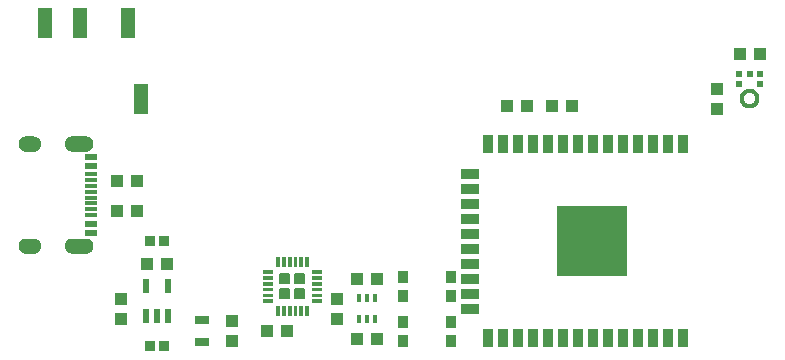
<source format=gtp>
G75*
%MOIN*%
%OFA0B0*%
%FSLAX25Y25*%
%IPPOS*%
%LPD*%
%AMOC8*
5,1,8,0,0,1.08239X$1,22.5*
%
%ADD10R,0.04331X0.03937*%
%ADD11R,0.03346X0.03543*%
%ADD12R,0.03937X0.04331*%
%ADD13R,0.01181X0.02598*%
%ADD14R,0.03543X0.03937*%
%ADD15R,0.03543X0.05906*%
%ADD16R,0.05906X0.03543*%
%ADD17R,0.23622X0.23622*%
%ADD18R,0.02165X0.04724*%
%ADD19C,0.00039*%
%ADD20C,0.00500*%
%ADD21R,0.04000X0.01181*%
%ADD22R,0.04000X0.02362*%
%ADD23R,0.04000X0.02165*%
%ADD24R,0.04724X0.09843*%
%ADD25R,0.04724X0.03150*%
%ADD26R,0.02362X0.02055*%
%ADD27C,0.01181*%
D10*
X0251654Y0090000D03*
X0258346Y0090000D03*
X0258346Y0100000D03*
X0251654Y0100000D03*
X0261654Y0072500D03*
X0268346Y0072500D03*
X0301654Y0050000D03*
X0308346Y0050000D03*
X0331654Y0047500D03*
X0338346Y0047500D03*
X0338346Y0067500D03*
X0331654Y0067500D03*
X0381654Y0125000D03*
X0388346Y0125000D03*
X0396654Y0125000D03*
X0403346Y0125000D03*
X0459154Y0142500D03*
X0465846Y0142500D03*
D11*
X0267283Y0080000D03*
X0262717Y0080000D03*
X0262717Y0045000D03*
X0267283Y0045000D03*
D12*
X0253000Y0054154D03*
X0253000Y0060846D03*
X0290000Y0053346D03*
X0290000Y0046654D03*
X0325000Y0054154D03*
X0325000Y0060846D03*
X0451500Y0124154D03*
X0451500Y0130846D03*
D13*
X0337559Y0061122D03*
X0335000Y0061122D03*
X0332441Y0061122D03*
X0332441Y0053878D03*
X0335000Y0053878D03*
X0337559Y0053878D03*
D14*
X0346929Y0053150D03*
X0346929Y0046850D03*
X0363071Y0046850D03*
X0363071Y0053150D03*
X0363071Y0061850D03*
X0363071Y0068150D03*
X0346929Y0068150D03*
X0346929Y0061850D03*
D15*
X0375315Y0047567D03*
X0380315Y0047567D03*
X0385315Y0047567D03*
X0390315Y0047567D03*
X0395315Y0047567D03*
X0400315Y0047567D03*
X0405315Y0047567D03*
X0410315Y0047567D03*
X0415315Y0047567D03*
X0420315Y0047567D03*
X0425315Y0047567D03*
X0430315Y0047567D03*
X0435315Y0047567D03*
X0440315Y0047567D03*
X0440315Y0112433D03*
X0435315Y0112433D03*
X0430315Y0112433D03*
X0425315Y0112433D03*
X0420315Y0112433D03*
X0415315Y0112433D03*
X0410315Y0112433D03*
X0405315Y0112433D03*
X0400315Y0112433D03*
X0395315Y0112433D03*
X0390315Y0112433D03*
X0385315Y0112433D03*
X0380315Y0112433D03*
X0375315Y0112433D03*
D16*
X0369449Y0102500D03*
X0369449Y0097500D03*
X0369449Y0092500D03*
X0369449Y0087500D03*
X0369449Y0082500D03*
X0369449Y0077500D03*
X0369449Y0072500D03*
X0369449Y0067500D03*
X0369449Y0062500D03*
X0369449Y0057500D03*
D17*
X0410000Y0080000D03*
D18*
X0268740Y0065119D03*
X0261260Y0065119D03*
X0261260Y0054881D03*
X0265000Y0054881D03*
X0268740Y0054881D03*
D19*
X0219073Y0077591D02*
X0218941Y0078033D01*
X0225937Y0078033D01*
X0225937Y0078030D02*
X0225800Y0077585D01*
X0225579Y0077176D01*
X0225283Y0076818D01*
X0224922Y0076524D01*
X0224511Y0076307D01*
X0224065Y0076174D01*
X0223602Y0076130D01*
X0221240Y0076130D01*
X0220781Y0076177D01*
X0220341Y0076313D01*
X0219935Y0076532D01*
X0219580Y0076826D01*
X0219289Y0077184D01*
X0219073Y0077591D01*
X0219080Y0077578D02*
X0225796Y0077578D01*
X0225809Y0077616D02*
X0219065Y0077616D01*
X0219054Y0077654D02*
X0225821Y0077654D01*
X0225833Y0077692D02*
X0219043Y0077692D01*
X0219031Y0077730D02*
X0225844Y0077730D01*
X0225856Y0077768D02*
X0219020Y0077768D01*
X0219009Y0077806D02*
X0225868Y0077806D01*
X0225879Y0077844D02*
X0218998Y0077844D01*
X0218986Y0077881D02*
X0225891Y0077881D01*
X0225903Y0077919D02*
X0218975Y0077919D01*
X0218964Y0077957D02*
X0225914Y0077957D01*
X0225926Y0077995D02*
X0218952Y0077995D01*
X0218941Y0078033D02*
X0218898Y0078492D01*
X0218954Y0079016D01*
X0219126Y0079514D01*
X0219405Y0079961D01*
X0219776Y0080335D01*
X0220220Y0080617D01*
X0220717Y0080793D01*
X0221240Y0080854D01*
X0223602Y0080854D01*
X0224130Y0080797D01*
X0224633Y0080624D01*
X0225083Y0080343D01*
X0225461Y0079969D01*
X0225745Y0079520D01*
X0225923Y0079020D01*
X0225984Y0078492D01*
X0225937Y0078030D01*
X0225941Y0078071D02*
X0218937Y0078071D01*
X0218934Y0078109D02*
X0225945Y0078109D01*
X0225949Y0078147D02*
X0218930Y0078147D01*
X0218927Y0078184D02*
X0225953Y0078184D01*
X0225957Y0078222D02*
X0218923Y0078222D01*
X0218920Y0078260D02*
X0225960Y0078260D01*
X0225964Y0078298D02*
X0218916Y0078298D01*
X0218912Y0078336D02*
X0225968Y0078336D01*
X0225972Y0078374D02*
X0218909Y0078374D01*
X0218905Y0078412D02*
X0225976Y0078412D01*
X0225980Y0078450D02*
X0218902Y0078450D01*
X0218898Y0078488D02*
X0225984Y0078488D01*
X0225980Y0078525D02*
X0218901Y0078525D01*
X0218905Y0078563D02*
X0225976Y0078563D01*
X0225972Y0078601D02*
X0218909Y0078601D01*
X0218914Y0078639D02*
X0225967Y0078639D01*
X0225963Y0078677D02*
X0218918Y0078677D01*
X0218922Y0078715D02*
X0225958Y0078715D01*
X0225954Y0078753D02*
X0218926Y0078753D01*
X0218930Y0078791D02*
X0225949Y0078791D01*
X0225945Y0078828D02*
X0218934Y0078828D01*
X0218938Y0078866D02*
X0225941Y0078866D01*
X0225936Y0078904D02*
X0218942Y0078904D01*
X0218946Y0078942D02*
X0225932Y0078942D01*
X0225927Y0078980D02*
X0218951Y0078980D01*
X0218955Y0079018D02*
X0225923Y0079018D01*
X0225910Y0079056D02*
X0218968Y0079056D01*
X0218981Y0079094D02*
X0225896Y0079094D01*
X0225883Y0079131D02*
X0218994Y0079131D01*
X0219007Y0079169D02*
X0225870Y0079169D01*
X0225856Y0079207D02*
X0219021Y0079207D01*
X0219034Y0079245D02*
X0225843Y0079245D01*
X0225829Y0079283D02*
X0219047Y0079283D01*
X0219060Y0079321D02*
X0225816Y0079321D01*
X0225802Y0079359D02*
X0219073Y0079359D01*
X0219086Y0079397D02*
X0225789Y0079397D01*
X0225776Y0079435D02*
X0219099Y0079435D01*
X0219112Y0079472D02*
X0225762Y0079472D01*
X0225749Y0079510D02*
X0219125Y0079510D01*
X0219148Y0079548D02*
X0225727Y0079548D01*
X0225703Y0079586D02*
X0219171Y0079586D01*
X0219195Y0079624D02*
X0225679Y0079624D01*
X0225655Y0079662D02*
X0219218Y0079662D01*
X0219242Y0079700D02*
X0225631Y0079700D01*
X0225607Y0079738D02*
X0219266Y0079738D01*
X0219289Y0079775D02*
X0225583Y0079775D01*
X0225559Y0079813D02*
X0219313Y0079813D01*
X0219336Y0079851D02*
X0225535Y0079851D01*
X0225511Y0079889D02*
X0219360Y0079889D01*
X0219384Y0079927D02*
X0225487Y0079927D01*
X0225463Y0079965D02*
X0219409Y0079965D01*
X0219446Y0080003D02*
X0225426Y0080003D01*
X0225388Y0080041D02*
X0219484Y0080041D01*
X0219521Y0080079D02*
X0225350Y0080079D01*
X0225312Y0080116D02*
X0219559Y0080116D01*
X0219596Y0080154D02*
X0225274Y0080154D01*
X0225236Y0080192D02*
X0219634Y0080192D01*
X0219672Y0080230D02*
X0225197Y0080230D01*
X0225159Y0080268D02*
X0219709Y0080268D01*
X0219747Y0080306D02*
X0225121Y0080306D01*
X0225082Y0080344D02*
X0219789Y0080344D01*
X0219849Y0080382D02*
X0225021Y0080382D01*
X0224961Y0080419D02*
X0219909Y0080419D01*
X0219969Y0080457D02*
X0224900Y0080457D01*
X0224839Y0080495D02*
X0220028Y0080495D01*
X0220088Y0080533D02*
X0224778Y0080533D01*
X0224717Y0080571D02*
X0220148Y0080571D01*
X0220207Y0080609D02*
X0224656Y0080609D01*
X0224566Y0080647D02*
X0220304Y0080647D01*
X0220411Y0080685D02*
X0224456Y0080685D01*
X0224346Y0080723D02*
X0220518Y0080723D01*
X0220625Y0080760D02*
X0224237Y0080760D01*
X0224119Y0080798D02*
X0220761Y0080798D01*
X0221085Y0080836D02*
X0223770Y0080836D01*
X0225776Y0077540D02*
X0219100Y0077540D01*
X0219120Y0077503D02*
X0225755Y0077503D01*
X0225735Y0077465D02*
X0219140Y0077465D01*
X0219160Y0077427D02*
X0225714Y0077427D01*
X0225694Y0077389D02*
X0219180Y0077389D01*
X0219200Y0077351D02*
X0225674Y0077351D01*
X0225653Y0077313D02*
X0219220Y0077313D01*
X0219240Y0077275D02*
X0225633Y0077275D01*
X0225612Y0077237D02*
X0219260Y0077237D01*
X0219280Y0077200D02*
X0225592Y0077200D01*
X0225567Y0077162D02*
X0219306Y0077162D01*
X0219337Y0077124D02*
X0225536Y0077124D01*
X0225504Y0077086D02*
X0219368Y0077086D01*
X0219399Y0077048D02*
X0225473Y0077048D01*
X0225442Y0077010D02*
X0219430Y0077010D01*
X0219461Y0076972D02*
X0225410Y0076972D01*
X0225379Y0076934D02*
X0219491Y0076934D01*
X0219522Y0076896D02*
X0225348Y0076896D01*
X0225316Y0076859D02*
X0219553Y0076859D01*
X0219586Y0076821D02*
X0225285Y0076821D01*
X0225240Y0076783D02*
X0219632Y0076783D01*
X0219677Y0076745D02*
X0225193Y0076745D01*
X0225147Y0076707D02*
X0219723Y0076707D01*
X0219769Y0076669D02*
X0225100Y0076669D01*
X0225053Y0076631D02*
X0219815Y0076631D01*
X0219860Y0076593D02*
X0225007Y0076593D01*
X0224960Y0076556D02*
X0219906Y0076556D01*
X0219961Y0076518D02*
X0224909Y0076518D01*
X0224838Y0076480D02*
X0220031Y0076480D01*
X0220101Y0076442D02*
X0224766Y0076442D01*
X0224695Y0076404D02*
X0220172Y0076404D01*
X0220242Y0076366D02*
X0224623Y0076366D01*
X0224552Y0076328D02*
X0220312Y0076328D01*
X0220413Y0076290D02*
X0224456Y0076290D01*
X0224329Y0076252D02*
X0220536Y0076252D01*
X0220659Y0076215D02*
X0224203Y0076215D01*
X0224076Y0076177D02*
X0220784Y0076177D01*
X0221153Y0076139D02*
X0223697Y0076139D01*
X0234402Y0077988D02*
X0234546Y0077503D01*
X0234794Y0077063D01*
X0235134Y0076689D01*
X0235549Y0076400D01*
X0236017Y0076211D01*
X0236516Y0076130D01*
X0241240Y0076130D01*
X0241682Y0076191D01*
X0242103Y0076337D01*
X0242488Y0076562D01*
X0242822Y0076858D01*
X0243091Y0077214D01*
X0243286Y0077615D01*
X0243399Y0078047D01*
X0243425Y0078492D01*
X0243399Y0078937D01*
X0243286Y0079369D01*
X0243091Y0079770D01*
X0242822Y0080126D01*
X0242488Y0080422D01*
X0242103Y0080647D01*
X0241682Y0080793D01*
X0241240Y0080854D01*
X0236516Y0080854D01*
X0236017Y0080774D01*
X0235549Y0080584D01*
X0235134Y0080295D01*
X0234794Y0079921D01*
X0234546Y0079481D01*
X0234402Y0078996D01*
X0234370Y0078492D01*
X0234402Y0077988D01*
X0234402Y0077995D02*
X0243385Y0077995D01*
X0243375Y0077957D02*
X0234412Y0077957D01*
X0234423Y0077919D02*
X0243365Y0077919D01*
X0243356Y0077881D02*
X0234434Y0077881D01*
X0234445Y0077844D02*
X0243346Y0077844D01*
X0243336Y0077806D02*
X0234457Y0077806D01*
X0234468Y0077768D02*
X0243326Y0077768D01*
X0243316Y0077730D02*
X0234479Y0077730D01*
X0234490Y0077692D02*
X0243306Y0077692D01*
X0243296Y0077654D02*
X0234502Y0077654D01*
X0234513Y0077616D02*
X0243286Y0077616D01*
X0243268Y0077578D02*
X0234524Y0077578D01*
X0234535Y0077540D02*
X0243250Y0077540D01*
X0243231Y0077503D02*
X0234547Y0077503D01*
X0234568Y0077465D02*
X0243213Y0077465D01*
X0243195Y0077427D02*
X0234589Y0077427D01*
X0234611Y0077389D02*
X0243176Y0077389D01*
X0243158Y0077351D02*
X0234632Y0077351D01*
X0234654Y0077313D02*
X0243139Y0077313D01*
X0243121Y0077275D02*
X0234675Y0077275D01*
X0234696Y0077237D02*
X0243103Y0077237D01*
X0243080Y0077200D02*
X0234718Y0077200D01*
X0234739Y0077162D02*
X0243052Y0077162D01*
X0243023Y0077124D02*
X0234760Y0077124D01*
X0234782Y0077086D02*
X0242994Y0077086D01*
X0242965Y0077048D02*
X0234808Y0077048D01*
X0234843Y0077010D02*
X0242937Y0077010D01*
X0242908Y0076972D02*
X0234877Y0076972D01*
X0234911Y0076934D02*
X0242879Y0076934D01*
X0242851Y0076896D02*
X0234946Y0076896D01*
X0234980Y0076859D02*
X0242822Y0076859D01*
X0242779Y0076821D02*
X0235015Y0076821D01*
X0235049Y0076783D02*
X0242737Y0076783D01*
X0242694Y0076745D02*
X0235083Y0076745D01*
X0235118Y0076707D02*
X0242651Y0076707D01*
X0242609Y0076669D02*
X0235163Y0076669D01*
X0235217Y0076631D02*
X0242566Y0076631D01*
X0242523Y0076593D02*
X0235271Y0076593D01*
X0235326Y0076556D02*
X0242477Y0076556D01*
X0242412Y0076518D02*
X0235380Y0076518D01*
X0235434Y0076480D02*
X0242347Y0076480D01*
X0242283Y0076442D02*
X0235489Y0076442D01*
X0235543Y0076404D02*
X0242218Y0076404D01*
X0242153Y0076366D02*
X0235632Y0076366D01*
X0235726Y0076328D02*
X0242079Y0076328D01*
X0241969Y0076290D02*
X0235820Y0076290D01*
X0235913Y0076252D02*
X0241860Y0076252D01*
X0241751Y0076215D02*
X0236007Y0076215D01*
X0236226Y0076177D02*
X0241579Y0076177D01*
X0241305Y0076139D02*
X0236460Y0076139D01*
X0234400Y0078033D02*
X0243395Y0078033D01*
X0243400Y0078071D02*
X0234397Y0078071D01*
X0234395Y0078109D02*
X0243402Y0078109D01*
X0243405Y0078147D02*
X0234392Y0078147D01*
X0234390Y0078184D02*
X0243407Y0078184D01*
X0243409Y0078222D02*
X0234387Y0078222D01*
X0234385Y0078260D02*
X0243411Y0078260D01*
X0243414Y0078298D02*
X0234383Y0078298D01*
X0234380Y0078336D02*
X0243416Y0078336D01*
X0243418Y0078374D02*
X0234378Y0078374D01*
X0234375Y0078412D02*
X0243420Y0078412D01*
X0243423Y0078450D02*
X0234373Y0078450D01*
X0234370Y0078488D02*
X0243425Y0078488D01*
X0243423Y0078525D02*
X0234372Y0078525D01*
X0234375Y0078563D02*
X0243421Y0078563D01*
X0243419Y0078601D02*
X0234377Y0078601D01*
X0234380Y0078639D02*
X0243416Y0078639D01*
X0243414Y0078677D02*
X0234382Y0078677D01*
X0234384Y0078715D02*
X0243412Y0078715D01*
X0243410Y0078753D02*
X0234387Y0078753D01*
X0234389Y0078791D02*
X0243407Y0078791D01*
X0243405Y0078828D02*
X0234392Y0078828D01*
X0234394Y0078866D02*
X0243403Y0078866D01*
X0243401Y0078904D02*
X0234397Y0078904D01*
X0234399Y0078942D02*
X0243398Y0078942D01*
X0243388Y0078980D02*
X0234401Y0078980D01*
X0234409Y0079018D02*
X0243378Y0079018D01*
X0243368Y0079056D02*
X0234420Y0079056D01*
X0234431Y0079094D02*
X0243358Y0079094D01*
X0243348Y0079131D02*
X0234443Y0079131D01*
X0234454Y0079169D02*
X0243338Y0079169D01*
X0243328Y0079207D02*
X0234465Y0079207D01*
X0234476Y0079245D02*
X0243318Y0079245D01*
X0243308Y0079283D02*
X0234488Y0079283D01*
X0234499Y0079321D02*
X0243299Y0079321D01*
X0243289Y0079359D02*
X0234510Y0079359D01*
X0234521Y0079397D02*
X0243273Y0079397D01*
X0243254Y0079435D02*
X0234533Y0079435D01*
X0234544Y0079472D02*
X0243236Y0079472D01*
X0243217Y0079510D02*
X0234563Y0079510D01*
X0234584Y0079548D02*
X0243199Y0079548D01*
X0243181Y0079586D02*
X0234606Y0079586D01*
X0234627Y0079624D02*
X0243162Y0079624D01*
X0243144Y0079662D02*
X0234648Y0079662D01*
X0234670Y0079700D02*
X0243125Y0079700D01*
X0243107Y0079738D02*
X0234691Y0079738D01*
X0234712Y0079775D02*
X0243087Y0079775D01*
X0243059Y0079813D02*
X0234734Y0079813D01*
X0234755Y0079851D02*
X0243030Y0079851D01*
X0243001Y0079889D02*
X0234776Y0079889D01*
X0234800Y0079927D02*
X0242972Y0079927D01*
X0242944Y0079965D02*
X0234834Y0079965D01*
X0234869Y0080003D02*
X0242915Y0080003D01*
X0242886Y0080041D02*
X0234903Y0080041D01*
X0234937Y0080079D02*
X0242858Y0080079D01*
X0242829Y0080116D02*
X0234972Y0080116D01*
X0235006Y0080154D02*
X0242790Y0080154D01*
X0242747Y0080192D02*
X0235041Y0080192D01*
X0235075Y0080230D02*
X0242704Y0080230D01*
X0242662Y0080268D02*
X0235109Y0080268D01*
X0235149Y0080306D02*
X0242619Y0080306D01*
X0242577Y0080344D02*
X0235204Y0080344D01*
X0235258Y0080382D02*
X0242534Y0080382D01*
X0242491Y0080419D02*
X0235312Y0080419D01*
X0235367Y0080457D02*
X0242428Y0080457D01*
X0242363Y0080495D02*
X0235421Y0080495D01*
X0235475Y0080533D02*
X0242299Y0080533D01*
X0242234Y0080571D02*
X0235530Y0080571D01*
X0235610Y0080609D02*
X0242169Y0080609D01*
X0242105Y0080647D02*
X0235703Y0080647D01*
X0235797Y0080685D02*
X0241996Y0080685D01*
X0241887Y0080723D02*
X0235890Y0080723D01*
X0235984Y0080760D02*
X0241777Y0080760D01*
X0241646Y0080798D02*
X0236169Y0080798D01*
X0236403Y0080836D02*
X0241372Y0080836D01*
X0300394Y0070394D02*
X0303465Y0070394D01*
X0303465Y0069449D01*
X0300394Y0069449D01*
X0300394Y0070394D01*
X0300394Y0070381D02*
X0303465Y0070381D01*
X0303465Y0070343D02*
X0300394Y0070343D01*
X0300394Y0070305D02*
X0303465Y0070305D01*
X0303465Y0070267D02*
X0300394Y0070267D01*
X0300394Y0070229D02*
X0303465Y0070229D01*
X0303465Y0070191D02*
X0300394Y0070191D01*
X0300394Y0070154D02*
X0303465Y0070154D01*
X0303465Y0070116D02*
X0300394Y0070116D01*
X0300394Y0070078D02*
X0303465Y0070078D01*
X0303465Y0070040D02*
X0300394Y0070040D01*
X0300394Y0070002D02*
X0303465Y0070002D01*
X0303465Y0069964D02*
X0300394Y0069964D01*
X0300394Y0069926D02*
X0303465Y0069926D01*
X0303465Y0069888D02*
X0300394Y0069888D01*
X0300394Y0069851D02*
X0303465Y0069851D01*
X0303465Y0069813D02*
X0300394Y0069813D01*
X0300394Y0069775D02*
X0303465Y0069775D01*
X0303465Y0069737D02*
X0300394Y0069737D01*
X0300394Y0069699D02*
X0303465Y0069699D01*
X0303465Y0069661D02*
X0300394Y0069661D01*
X0300394Y0069623D02*
X0303465Y0069623D01*
X0303465Y0069585D02*
X0300394Y0069585D01*
X0300394Y0069547D02*
X0303465Y0069547D01*
X0303465Y0069510D02*
X0300394Y0069510D01*
X0300394Y0069472D02*
X0303465Y0069472D01*
X0303465Y0068425D02*
X0303465Y0067480D01*
X0300394Y0067480D01*
X0300394Y0068425D01*
X0303465Y0068425D01*
X0303465Y0068411D02*
X0300394Y0068411D01*
X0300394Y0068373D02*
X0303465Y0068373D01*
X0303465Y0068335D02*
X0300394Y0068335D01*
X0300394Y0068297D02*
X0303465Y0068297D01*
X0303465Y0068260D02*
X0300394Y0068260D01*
X0300394Y0068222D02*
X0303465Y0068222D01*
X0303465Y0068184D02*
X0300394Y0068184D01*
X0300394Y0068146D02*
X0303465Y0068146D01*
X0303465Y0068108D02*
X0300394Y0068108D01*
X0300394Y0068070D02*
X0303465Y0068070D01*
X0303465Y0068032D02*
X0300394Y0068032D01*
X0300394Y0067994D02*
X0303465Y0067994D01*
X0303465Y0067956D02*
X0300394Y0067956D01*
X0300394Y0067919D02*
X0303465Y0067919D01*
X0303465Y0067881D02*
X0300394Y0067881D01*
X0300394Y0067843D02*
X0303465Y0067843D01*
X0303465Y0067805D02*
X0300394Y0067805D01*
X0300394Y0067767D02*
X0303465Y0067767D01*
X0303465Y0067729D02*
X0300394Y0067729D01*
X0300394Y0067691D02*
X0303465Y0067691D01*
X0303465Y0067653D02*
X0300394Y0067653D01*
X0300394Y0067616D02*
X0303465Y0067616D01*
X0303465Y0067578D02*
X0300394Y0067578D01*
X0300394Y0067540D02*
X0303465Y0067540D01*
X0303465Y0067502D02*
X0300394Y0067502D01*
X0300394Y0066457D02*
X0303465Y0066457D01*
X0303465Y0065512D01*
X0300394Y0065512D01*
X0300394Y0066457D01*
X0300394Y0066441D02*
X0303465Y0066441D01*
X0303465Y0066403D02*
X0300394Y0066403D01*
X0300394Y0066365D02*
X0303465Y0066365D01*
X0303465Y0066328D02*
X0300394Y0066328D01*
X0300394Y0066290D02*
X0303465Y0066290D01*
X0303465Y0066252D02*
X0300394Y0066252D01*
X0300394Y0066214D02*
X0303465Y0066214D01*
X0303465Y0066176D02*
X0300394Y0066176D01*
X0300394Y0066138D02*
X0303465Y0066138D01*
X0303465Y0066100D02*
X0300394Y0066100D01*
X0300394Y0066062D02*
X0303465Y0066062D01*
X0303465Y0066025D02*
X0300394Y0066025D01*
X0300394Y0065987D02*
X0303465Y0065987D01*
X0303465Y0065949D02*
X0300394Y0065949D01*
X0300394Y0065911D02*
X0303465Y0065911D01*
X0303465Y0065873D02*
X0300394Y0065873D01*
X0300394Y0065835D02*
X0303465Y0065835D01*
X0303465Y0065797D02*
X0300394Y0065797D01*
X0300394Y0065759D02*
X0303465Y0065759D01*
X0303465Y0065721D02*
X0300394Y0065721D01*
X0300394Y0065684D02*
X0303465Y0065684D01*
X0303465Y0065646D02*
X0300394Y0065646D01*
X0300394Y0065608D02*
X0303465Y0065608D01*
X0303465Y0065570D02*
X0300394Y0065570D01*
X0300394Y0065532D02*
X0303465Y0065532D01*
X0303465Y0064488D02*
X0303465Y0063543D01*
X0300394Y0063543D01*
X0300394Y0064488D01*
X0303465Y0064488D01*
X0303465Y0064471D02*
X0300394Y0064471D01*
X0300394Y0064434D02*
X0303465Y0064434D01*
X0303465Y0064396D02*
X0300394Y0064396D01*
X0300394Y0064358D02*
X0303465Y0064358D01*
X0303465Y0064320D02*
X0300394Y0064320D01*
X0300394Y0064282D02*
X0303465Y0064282D01*
X0303465Y0064244D02*
X0300394Y0064244D01*
X0300394Y0064206D02*
X0303465Y0064206D01*
X0303465Y0064168D02*
X0300394Y0064168D01*
X0300394Y0064130D02*
X0303465Y0064130D01*
X0303465Y0064093D02*
X0300394Y0064093D01*
X0300394Y0064055D02*
X0303465Y0064055D01*
X0303465Y0064017D02*
X0300394Y0064017D01*
X0300394Y0063979D02*
X0303465Y0063979D01*
X0303465Y0063941D02*
X0300394Y0063941D01*
X0300394Y0063903D02*
X0303465Y0063903D01*
X0303465Y0063865D02*
X0300394Y0063865D01*
X0300394Y0063827D02*
X0303465Y0063827D01*
X0303465Y0063790D02*
X0300394Y0063790D01*
X0300394Y0063752D02*
X0303465Y0063752D01*
X0303465Y0063714D02*
X0300394Y0063714D01*
X0300394Y0063676D02*
X0303465Y0063676D01*
X0303465Y0063638D02*
X0300394Y0063638D01*
X0300394Y0063600D02*
X0303465Y0063600D01*
X0303465Y0063562D02*
X0300394Y0063562D01*
X0300394Y0062520D02*
X0303465Y0062520D01*
X0303465Y0061575D01*
X0300394Y0061575D01*
X0300394Y0062520D01*
X0300394Y0062502D02*
X0303465Y0062502D01*
X0303465Y0062464D02*
X0300394Y0062464D01*
X0300394Y0062426D02*
X0303465Y0062426D01*
X0303465Y0062388D02*
X0300394Y0062388D01*
X0300394Y0062350D02*
X0303465Y0062350D01*
X0303465Y0062312D02*
X0300394Y0062312D01*
X0300394Y0062274D02*
X0303465Y0062274D01*
X0303465Y0062236D02*
X0300394Y0062236D01*
X0300394Y0062198D02*
X0303465Y0062198D01*
X0303465Y0062161D02*
X0300394Y0062161D01*
X0300394Y0062123D02*
X0303465Y0062123D01*
X0303465Y0062085D02*
X0300394Y0062085D01*
X0300394Y0062047D02*
X0303465Y0062047D01*
X0303465Y0062009D02*
X0300394Y0062009D01*
X0300394Y0061971D02*
X0303465Y0061971D01*
X0303465Y0061933D02*
X0300394Y0061933D01*
X0300394Y0061895D02*
X0303465Y0061895D01*
X0303465Y0061858D02*
X0300394Y0061858D01*
X0300394Y0061820D02*
X0303465Y0061820D01*
X0303465Y0061782D02*
X0300394Y0061782D01*
X0300394Y0061744D02*
X0303465Y0061744D01*
X0303465Y0061706D02*
X0300394Y0061706D01*
X0300394Y0061668D02*
X0303465Y0061668D01*
X0303465Y0061630D02*
X0300394Y0061630D01*
X0300394Y0061592D02*
X0303465Y0061592D01*
X0303465Y0060551D02*
X0300394Y0060551D01*
X0300394Y0059606D01*
X0303465Y0059606D01*
X0303465Y0060551D01*
X0303465Y0060532D02*
X0300394Y0060532D01*
X0300394Y0060494D02*
X0303465Y0060494D01*
X0303465Y0060456D02*
X0300394Y0060456D01*
X0300394Y0060418D02*
X0303465Y0060418D01*
X0303465Y0060380D02*
X0300394Y0060380D01*
X0300394Y0060342D02*
X0303465Y0060342D01*
X0303465Y0060304D02*
X0300394Y0060304D01*
X0300394Y0060267D02*
X0303465Y0060267D01*
X0303465Y0060229D02*
X0300394Y0060229D01*
X0300394Y0060191D02*
X0303465Y0060191D01*
X0303465Y0060153D02*
X0300394Y0060153D01*
X0300394Y0060115D02*
X0303465Y0060115D01*
X0303465Y0060077D02*
X0300394Y0060077D01*
X0300394Y0060039D02*
X0303465Y0060039D01*
X0303465Y0060001D02*
X0300394Y0060001D01*
X0300394Y0059963D02*
X0303465Y0059963D01*
X0303465Y0059926D02*
X0300394Y0059926D01*
X0300394Y0059888D02*
X0303465Y0059888D01*
X0303465Y0059850D02*
X0300394Y0059850D01*
X0300394Y0059812D02*
X0303465Y0059812D01*
X0303465Y0059774D02*
X0300394Y0059774D01*
X0300394Y0059736D02*
X0303465Y0059736D01*
X0303465Y0059698D02*
X0300394Y0059698D01*
X0300394Y0059660D02*
X0303465Y0059660D01*
X0303465Y0059623D02*
X0300394Y0059623D01*
X0304606Y0058465D02*
X0305551Y0058465D01*
X0305551Y0055394D01*
X0304606Y0055394D01*
X0304606Y0058465D01*
X0304606Y0058448D02*
X0305551Y0058448D01*
X0305551Y0058410D02*
X0304606Y0058410D01*
X0304606Y0058372D02*
X0305551Y0058372D01*
X0305551Y0058335D02*
X0304606Y0058335D01*
X0304606Y0058297D02*
X0305551Y0058297D01*
X0305551Y0058259D02*
X0304606Y0058259D01*
X0304606Y0058221D02*
X0305551Y0058221D01*
X0305551Y0058183D02*
X0304606Y0058183D01*
X0304606Y0058145D02*
X0305551Y0058145D01*
X0305551Y0058107D02*
X0304606Y0058107D01*
X0304606Y0058069D02*
X0305551Y0058069D01*
X0305551Y0058032D02*
X0304606Y0058032D01*
X0304606Y0057994D02*
X0305551Y0057994D01*
X0305551Y0057956D02*
X0304606Y0057956D01*
X0304606Y0057918D02*
X0305551Y0057918D01*
X0305551Y0057880D02*
X0304606Y0057880D01*
X0304606Y0057842D02*
X0305551Y0057842D01*
X0305551Y0057804D02*
X0304606Y0057804D01*
X0304606Y0057766D02*
X0305551Y0057766D01*
X0305551Y0057728D02*
X0304606Y0057728D01*
X0304606Y0057691D02*
X0305551Y0057691D01*
X0305551Y0057653D02*
X0304606Y0057653D01*
X0304606Y0057615D02*
X0305551Y0057615D01*
X0305551Y0057577D02*
X0304606Y0057577D01*
X0304606Y0057539D02*
X0305551Y0057539D01*
X0305551Y0057501D02*
X0304606Y0057501D01*
X0304606Y0057463D02*
X0305551Y0057463D01*
X0305551Y0057425D02*
X0304606Y0057425D01*
X0304606Y0057388D02*
X0305551Y0057388D01*
X0305551Y0057350D02*
X0304606Y0057350D01*
X0304606Y0057312D02*
X0305551Y0057312D01*
X0305551Y0057274D02*
X0304606Y0057274D01*
X0304606Y0057236D02*
X0305551Y0057236D01*
X0305551Y0057198D02*
X0304606Y0057198D01*
X0304606Y0057160D02*
X0305551Y0057160D01*
X0305551Y0057122D02*
X0304606Y0057122D01*
X0304606Y0057085D02*
X0305551Y0057085D01*
X0305551Y0057047D02*
X0304606Y0057047D01*
X0304606Y0057009D02*
X0305551Y0057009D01*
X0305551Y0056971D02*
X0304606Y0056971D01*
X0304606Y0056933D02*
X0305551Y0056933D01*
X0305551Y0056895D02*
X0304606Y0056895D01*
X0304606Y0056857D02*
X0305551Y0056857D01*
X0305551Y0056819D02*
X0304606Y0056819D01*
X0304606Y0056781D02*
X0305551Y0056781D01*
X0305551Y0056744D02*
X0304606Y0056744D01*
X0304606Y0056706D02*
X0305551Y0056706D01*
X0305551Y0056668D02*
X0304606Y0056668D01*
X0304606Y0056630D02*
X0305551Y0056630D01*
X0305551Y0056592D02*
X0304606Y0056592D01*
X0304606Y0056554D02*
X0305551Y0056554D01*
X0305551Y0056516D02*
X0304606Y0056516D01*
X0304606Y0056478D02*
X0305551Y0056478D01*
X0305551Y0056441D02*
X0304606Y0056441D01*
X0304606Y0056403D02*
X0305551Y0056403D01*
X0305551Y0056365D02*
X0304606Y0056365D01*
X0304606Y0056327D02*
X0305551Y0056327D01*
X0305551Y0056289D02*
X0304606Y0056289D01*
X0304606Y0056251D02*
X0305551Y0056251D01*
X0305551Y0056213D02*
X0304606Y0056213D01*
X0304606Y0056175D02*
X0305551Y0056175D01*
X0305551Y0056137D02*
X0304606Y0056137D01*
X0304606Y0056100D02*
X0305551Y0056100D01*
X0305551Y0056062D02*
X0304606Y0056062D01*
X0304606Y0056024D02*
X0305551Y0056024D01*
X0305551Y0055986D02*
X0304606Y0055986D01*
X0304606Y0055948D02*
X0305551Y0055948D01*
X0305551Y0055910D02*
X0304606Y0055910D01*
X0304606Y0055872D02*
X0305551Y0055872D01*
X0305551Y0055834D02*
X0304606Y0055834D01*
X0304606Y0055797D02*
X0305551Y0055797D01*
X0305551Y0055759D02*
X0304606Y0055759D01*
X0304606Y0055721D02*
X0305551Y0055721D01*
X0305551Y0055683D02*
X0304606Y0055683D01*
X0304606Y0055645D02*
X0305551Y0055645D01*
X0305551Y0055607D02*
X0304606Y0055607D01*
X0304606Y0055569D02*
X0305551Y0055569D01*
X0305551Y0055531D02*
X0304606Y0055531D01*
X0304606Y0055493D02*
X0305551Y0055493D01*
X0305551Y0055456D02*
X0304606Y0055456D01*
X0304606Y0055418D02*
X0305551Y0055418D01*
X0306575Y0055418D02*
X0307520Y0055418D01*
X0307520Y0055394D02*
X0307520Y0058465D01*
X0306575Y0058465D01*
X0306575Y0055394D01*
X0307520Y0055394D01*
X0307520Y0055456D02*
X0306575Y0055456D01*
X0306575Y0055493D02*
X0307520Y0055493D01*
X0307520Y0055531D02*
X0306575Y0055531D01*
X0306575Y0055569D02*
X0307520Y0055569D01*
X0307520Y0055607D02*
X0306575Y0055607D01*
X0306575Y0055645D02*
X0307520Y0055645D01*
X0307520Y0055683D02*
X0306575Y0055683D01*
X0306575Y0055721D02*
X0307520Y0055721D01*
X0307520Y0055759D02*
X0306575Y0055759D01*
X0306575Y0055797D02*
X0307520Y0055797D01*
X0307520Y0055834D02*
X0306575Y0055834D01*
X0306575Y0055872D02*
X0307520Y0055872D01*
X0307520Y0055910D02*
X0306575Y0055910D01*
X0306575Y0055948D02*
X0307520Y0055948D01*
X0307520Y0055986D02*
X0306575Y0055986D01*
X0306575Y0056024D02*
X0307520Y0056024D01*
X0307520Y0056062D02*
X0306575Y0056062D01*
X0306575Y0056100D02*
X0307520Y0056100D01*
X0307520Y0056137D02*
X0306575Y0056137D01*
X0306575Y0056175D02*
X0307520Y0056175D01*
X0307520Y0056213D02*
X0306575Y0056213D01*
X0306575Y0056251D02*
X0307520Y0056251D01*
X0307520Y0056289D02*
X0306575Y0056289D01*
X0306575Y0056327D02*
X0307520Y0056327D01*
X0307520Y0056365D02*
X0306575Y0056365D01*
X0306575Y0056403D02*
X0307520Y0056403D01*
X0307520Y0056441D02*
X0306575Y0056441D01*
X0306575Y0056478D02*
X0307520Y0056478D01*
X0307520Y0056516D02*
X0306575Y0056516D01*
X0306575Y0056554D02*
X0307520Y0056554D01*
X0307520Y0056592D02*
X0306575Y0056592D01*
X0306575Y0056630D02*
X0307520Y0056630D01*
X0307520Y0056668D02*
X0306575Y0056668D01*
X0306575Y0056706D02*
X0307520Y0056706D01*
X0307520Y0056744D02*
X0306575Y0056744D01*
X0306575Y0056781D02*
X0307520Y0056781D01*
X0307520Y0056819D02*
X0306575Y0056819D01*
X0306575Y0056857D02*
X0307520Y0056857D01*
X0307520Y0056895D02*
X0306575Y0056895D01*
X0306575Y0056933D02*
X0307520Y0056933D01*
X0307520Y0056971D02*
X0306575Y0056971D01*
X0306575Y0057009D02*
X0307520Y0057009D01*
X0307520Y0057047D02*
X0306575Y0057047D01*
X0306575Y0057085D02*
X0307520Y0057085D01*
X0307520Y0057122D02*
X0306575Y0057122D01*
X0306575Y0057160D02*
X0307520Y0057160D01*
X0307520Y0057198D02*
X0306575Y0057198D01*
X0306575Y0057236D02*
X0307520Y0057236D01*
X0307520Y0057274D02*
X0306575Y0057274D01*
X0306575Y0057312D02*
X0307520Y0057312D01*
X0307520Y0057350D02*
X0306575Y0057350D01*
X0306575Y0057388D02*
X0307520Y0057388D01*
X0307520Y0057425D02*
X0306575Y0057425D01*
X0306575Y0057463D02*
X0307520Y0057463D01*
X0307520Y0057501D02*
X0306575Y0057501D01*
X0306575Y0057539D02*
X0307520Y0057539D01*
X0307520Y0057577D02*
X0306575Y0057577D01*
X0306575Y0057615D02*
X0307520Y0057615D01*
X0307520Y0057653D02*
X0306575Y0057653D01*
X0306575Y0057691D02*
X0307520Y0057691D01*
X0307520Y0057728D02*
X0306575Y0057728D01*
X0306575Y0057766D02*
X0307520Y0057766D01*
X0307520Y0057804D02*
X0306575Y0057804D01*
X0306575Y0057842D02*
X0307520Y0057842D01*
X0307520Y0057880D02*
X0306575Y0057880D01*
X0306575Y0057918D02*
X0307520Y0057918D01*
X0307520Y0057956D02*
X0306575Y0057956D01*
X0306575Y0057994D02*
X0307520Y0057994D01*
X0307520Y0058032D02*
X0306575Y0058032D01*
X0306575Y0058069D02*
X0307520Y0058069D01*
X0307520Y0058107D02*
X0306575Y0058107D01*
X0306575Y0058145D02*
X0307520Y0058145D01*
X0307520Y0058183D02*
X0306575Y0058183D01*
X0306575Y0058221D02*
X0307520Y0058221D01*
X0307520Y0058259D02*
X0306575Y0058259D01*
X0306575Y0058297D02*
X0307520Y0058297D01*
X0307520Y0058335D02*
X0306575Y0058335D01*
X0306575Y0058372D02*
X0307520Y0058372D01*
X0307520Y0058410D02*
X0306575Y0058410D01*
X0306575Y0058448D02*
X0307520Y0058448D01*
X0308543Y0058448D02*
X0309488Y0058448D01*
X0309488Y0058465D02*
X0309488Y0055394D01*
X0308543Y0055394D01*
X0308543Y0058465D01*
X0309488Y0058465D01*
X0309488Y0058410D02*
X0308543Y0058410D01*
X0308543Y0058372D02*
X0309488Y0058372D01*
X0309488Y0058335D02*
X0308543Y0058335D01*
X0308543Y0058297D02*
X0309488Y0058297D01*
X0309488Y0058259D02*
X0308543Y0058259D01*
X0308543Y0058221D02*
X0309488Y0058221D01*
X0309488Y0058183D02*
X0308543Y0058183D01*
X0308543Y0058145D02*
X0309488Y0058145D01*
X0309488Y0058107D02*
X0308543Y0058107D01*
X0308543Y0058069D02*
X0309488Y0058069D01*
X0309488Y0058032D02*
X0308543Y0058032D01*
X0308543Y0057994D02*
X0309488Y0057994D01*
X0309488Y0057956D02*
X0308543Y0057956D01*
X0308543Y0057918D02*
X0309488Y0057918D01*
X0309488Y0057880D02*
X0308543Y0057880D01*
X0308543Y0057842D02*
X0309488Y0057842D01*
X0309488Y0057804D02*
X0308543Y0057804D01*
X0308543Y0057766D02*
X0309488Y0057766D01*
X0309488Y0057728D02*
X0308543Y0057728D01*
X0308543Y0057691D02*
X0309488Y0057691D01*
X0309488Y0057653D02*
X0308543Y0057653D01*
X0308543Y0057615D02*
X0309488Y0057615D01*
X0309488Y0057577D02*
X0308543Y0057577D01*
X0308543Y0057539D02*
X0309488Y0057539D01*
X0309488Y0057501D02*
X0308543Y0057501D01*
X0308543Y0057463D02*
X0309488Y0057463D01*
X0309488Y0057425D02*
X0308543Y0057425D01*
X0308543Y0057388D02*
X0309488Y0057388D01*
X0309488Y0057350D02*
X0308543Y0057350D01*
X0308543Y0057312D02*
X0309488Y0057312D01*
X0309488Y0057274D02*
X0308543Y0057274D01*
X0308543Y0057236D02*
X0309488Y0057236D01*
X0309488Y0057198D02*
X0308543Y0057198D01*
X0308543Y0057160D02*
X0309488Y0057160D01*
X0309488Y0057122D02*
X0308543Y0057122D01*
X0308543Y0057085D02*
X0309488Y0057085D01*
X0309488Y0057047D02*
X0308543Y0057047D01*
X0308543Y0057009D02*
X0309488Y0057009D01*
X0309488Y0056971D02*
X0308543Y0056971D01*
X0308543Y0056933D02*
X0309488Y0056933D01*
X0309488Y0056895D02*
X0308543Y0056895D01*
X0308543Y0056857D02*
X0309488Y0056857D01*
X0309488Y0056819D02*
X0308543Y0056819D01*
X0308543Y0056781D02*
X0309488Y0056781D01*
X0309488Y0056744D02*
X0308543Y0056744D01*
X0308543Y0056706D02*
X0309488Y0056706D01*
X0309488Y0056668D02*
X0308543Y0056668D01*
X0308543Y0056630D02*
X0309488Y0056630D01*
X0309488Y0056592D02*
X0308543Y0056592D01*
X0308543Y0056554D02*
X0309488Y0056554D01*
X0309488Y0056516D02*
X0308543Y0056516D01*
X0308543Y0056478D02*
X0309488Y0056478D01*
X0309488Y0056441D02*
X0308543Y0056441D01*
X0308543Y0056403D02*
X0309488Y0056403D01*
X0309488Y0056365D02*
X0308543Y0056365D01*
X0308543Y0056327D02*
X0309488Y0056327D01*
X0309488Y0056289D02*
X0308543Y0056289D01*
X0308543Y0056251D02*
X0309488Y0056251D01*
X0309488Y0056213D02*
X0308543Y0056213D01*
X0308543Y0056175D02*
X0309488Y0056175D01*
X0309488Y0056137D02*
X0308543Y0056137D01*
X0308543Y0056100D02*
X0309488Y0056100D01*
X0309488Y0056062D02*
X0308543Y0056062D01*
X0308543Y0056024D02*
X0309488Y0056024D01*
X0309488Y0055986D02*
X0308543Y0055986D01*
X0308543Y0055948D02*
X0309488Y0055948D01*
X0309488Y0055910D02*
X0308543Y0055910D01*
X0308543Y0055872D02*
X0309488Y0055872D01*
X0309488Y0055834D02*
X0308543Y0055834D01*
X0308543Y0055797D02*
X0309488Y0055797D01*
X0309488Y0055759D02*
X0308543Y0055759D01*
X0308543Y0055721D02*
X0309488Y0055721D01*
X0309488Y0055683D02*
X0308543Y0055683D01*
X0308543Y0055645D02*
X0309488Y0055645D01*
X0309488Y0055607D02*
X0308543Y0055607D01*
X0308543Y0055569D02*
X0309488Y0055569D01*
X0309488Y0055531D02*
X0308543Y0055531D01*
X0308543Y0055493D02*
X0309488Y0055493D01*
X0309488Y0055456D02*
X0308543Y0055456D01*
X0308543Y0055418D02*
X0309488Y0055418D01*
X0310512Y0055418D02*
X0311457Y0055418D01*
X0311457Y0055394D02*
X0311457Y0058465D01*
X0310512Y0058465D01*
X0310512Y0055394D01*
X0311457Y0055394D01*
X0311457Y0055456D02*
X0310512Y0055456D01*
X0310512Y0055493D02*
X0311457Y0055493D01*
X0311457Y0055531D02*
X0310512Y0055531D01*
X0310512Y0055569D02*
X0311457Y0055569D01*
X0311457Y0055607D02*
X0310512Y0055607D01*
X0310512Y0055645D02*
X0311457Y0055645D01*
X0311457Y0055683D02*
X0310512Y0055683D01*
X0310512Y0055721D02*
X0311457Y0055721D01*
X0311457Y0055759D02*
X0310512Y0055759D01*
X0310512Y0055797D02*
X0311457Y0055797D01*
X0311457Y0055834D02*
X0310512Y0055834D01*
X0310512Y0055872D02*
X0311457Y0055872D01*
X0311457Y0055910D02*
X0310512Y0055910D01*
X0310512Y0055948D02*
X0311457Y0055948D01*
X0311457Y0055986D02*
X0310512Y0055986D01*
X0310512Y0056024D02*
X0311457Y0056024D01*
X0311457Y0056062D02*
X0310512Y0056062D01*
X0310512Y0056100D02*
X0311457Y0056100D01*
X0311457Y0056137D02*
X0310512Y0056137D01*
X0310512Y0056175D02*
X0311457Y0056175D01*
X0311457Y0056213D02*
X0310512Y0056213D01*
X0310512Y0056251D02*
X0311457Y0056251D01*
X0311457Y0056289D02*
X0310512Y0056289D01*
X0310512Y0056327D02*
X0311457Y0056327D01*
X0311457Y0056365D02*
X0310512Y0056365D01*
X0310512Y0056403D02*
X0311457Y0056403D01*
X0311457Y0056441D02*
X0310512Y0056441D01*
X0310512Y0056478D02*
X0311457Y0056478D01*
X0311457Y0056516D02*
X0310512Y0056516D01*
X0310512Y0056554D02*
X0311457Y0056554D01*
X0311457Y0056592D02*
X0310512Y0056592D01*
X0310512Y0056630D02*
X0311457Y0056630D01*
X0311457Y0056668D02*
X0310512Y0056668D01*
X0310512Y0056706D02*
X0311457Y0056706D01*
X0311457Y0056744D02*
X0310512Y0056744D01*
X0310512Y0056781D02*
X0311457Y0056781D01*
X0311457Y0056819D02*
X0310512Y0056819D01*
X0310512Y0056857D02*
X0311457Y0056857D01*
X0311457Y0056895D02*
X0310512Y0056895D01*
X0310512Y0056933D02*
X0311457Y0056933D01*
X0311457Y0056971D02*
X0310512Y0056971D01*
X0310512Y0057009D02*
X0311457Y0057009D01*
X0311457Y0057047D02*
X0310512Y0057047D01*
X0310512Y0057085D02*
X0311457Y0057085D01*
X0311457Y0057122D02*
X0310512Y0057122D01*
X0310512Y0057160D02*
X0311457Y0057160D01*
X0311457Y0057198D02*
X0310512Y0057198D01*
X0310512Y0057236D02*
X0311457Y0057236D01*
X0311457Y0057274D02*
X0310512Y0057274D01*
X0310512Y0057312D02*
X0311457Y0057312D01*
X0311457Y0057350D02*
X0310512Y0057350D01*
X0310512Y0057388D02*
X0311457Y0057388D01*
X0311457Y0057425D02*
X0310512Y0057425D01*
X0310512Y0057463D02*
X0311457Y0057463D01*
X0311457Y0057501D02*
X0310512Y0057501D01*
X0310512Y0057539D02*
X0311457Y0057539D01*
X0311457Y0057577D02*
X0310512Y0057577D01*
X0310512Y0057615D02*
X0311457Y0057615D01*
X0311457Y0057653D02*
X0310512Y0057653D01*
X0310512Y0057691D02*
X0311457Y0057691D01*
X0311457Y0057728D02*
X0310512Y0057728D01*
X0310512Y0057766D02*
X0311457Y0057766D01*
X0311457Y0057804D02*
X0310512Y0057804D01*
X0310512Y0057842D02*
X0311457Y0057842D01*
X0311457Y0057880D02*
X0310512Y0057880D01*
X0310512Y0057918D02*
X0311457Y0057918D01*
X0311457Y0057956D02*
X0310512Y0057956D01*
X0310512Y0057994D02*
X0311457Y0057994D01*
X0311457Y0058032D02*
X0310512Y0058032D01*
X0310512Y0058069D02*
X0311457Y0058069D01*
X0311457Y0058107D02*
X0310512Y0058107D01*
X0310512Y0058145D02*
X0311457Y0058145D01*
X0311457Y0058183D02*
X0310512Y0058183D01*
X0310512Y0058221D02*
X0311457Y0058221D01*
X0311457Y0058259D02*
X0310512Y0058259D01*
X0310512Y0058297D02*
X0311457Y0058297D01*
X0311457Y0058335D02*
X0310512Y0058335D01*
X0310512Y0058372D02*
X0311457Y0058372D01*
X0311457Y0058410D02*
X0310512Y0058410D01*
X0310512Y0058448D02*
X0311457Y0058448D01*
X0312480Y0058448D02*
X0313425Y0058448D01*
X0313425Y0058465D02*
X0313425Y0055394D01*
X0312480Y0055394D01*
X0312480Y0058465D01*
X0313425Y0058465D01*
X0313425Y0058410D02*
X0312480Y0058410D01*
X0312480Y0058372D02*
X0313425Y0058372D01*
X0313425Y0058335D02*
X0312480Y0058335D01*
X0312480Y0058297D02*
X0313425Y0058297D01*
X0313425Y0058259D02*
X0312480Y0058259D01*
X0312480Y0058221D02*
X0313425Y0058221D01*
X0313425Y0058183D02*
X0312480Y0058183D01*
X0312480Y0058145D02*
X0313425Y0058145D01*
X0313425Y0058107D02*
X0312480Y0058107D01*
X0312480Y0058069D02*
X0313425Y0058069D01*
X0313425Y0058032D02*
X0312480Y0058032D01*
X0312480Y0057994D02*
X0313425Y0057994D01*
X0313425Y0057956D02*
X0312480Y0057956D01*
X0312480Y0057918D02*
X0313425Y0057918D01*
X0313425Y0057880D02*
X0312480Y0057880D01*
X0312480Y0057842D02*
X0313425Y0057842D01*
X0313425Y0057804D02*
X0312480Y0057804D01*
X0312480Y0057766D02*
X0313425Y0057766D01*
X0313425Y0057728D02*
X0312480Y0057728D01*
X0312480Y0057691D02*
X0313425Y0057691D01*
X0313425Y0057653D02*
X0312480Y0057653D01*
X0312480Y0057615D02*
X0313425Y0057615D01*
X0313425Y0057577D02*
X0312480Y0057577D01*
X0312480Y0057539D02*
X0313425Y0057539D01*
X0313425Y0057501D02*
X0312480Y0057501D01*
X0312480Y0057463D02*
X0313425Y0057463D01*
X0313425Y0057425D02*
X0312480Y0057425D01*
X0312480Y0057388D02*
X0313425Y0057388D01*
X0313425Y0057350D02*
X0312480Y0057350D01*
X0312480Y0057312D02*
X0313425Y0057312D01*
X0313425Y0057274D02*
X0312480Y0057274D01*
X0312480Y0057236D02*
X0313425Y0057236D01*
X0313425Y0057198D02*
X0312480Y0057198D01*
X0312480Y0057160D02*
X0313425Y0057160D01*
X0313425Y0057122D02*
X0312480Y0057122D01*
X0312480Y0057085D02*
X0313425Y0057085D01*
X0313425Y0057047D02*
X0312480Y0057047D01*
X0312480Y0057009D02*
X0313425Y0057009D01*
X0313425Y0056971D02*
X0312480Y0056971D01*
X0312480Y0056933D02*
X0313425Y0056933D01*
X0313425Y0056895D02*
X0312480Y0056895D01*
X0312480Y0056857D02*
X0313425Y0056857D01*
X0313425Y0056819D02*
X0312480Y0056819D01*
X0312480Y0056781D02*
X0313425Y0056781D01*
X0313425Y0056744D02*
X0312480Y0056744D01*
X0312480Y0056706D02*
X0313425Y0056706D01*
X0313425Y0056668D02*
X0312480Y0056668D01*
X0312480Y0056630D02*
X0313425Y0056630D01*
X0313425Y0056592D02*
X0312480Y0056592D01*
X0312480Y0056554D02*
X0313425Y0056554D01*
X0313425Y0056516D02*
X0312480Y0056516D01*
X0312480Y0056478D02*
X0313425Y0056478D01*
X0313425Y0056441D02*
X0312480Y0056441D01*
X0312480Y0056403D02*
X0313425Y0056403D01*
X0313425Y0056365D02*
X0312480Y0056365D01*
X0312480Y0056327D02*
X0313425Y0056327D01*
X0313425Y0056289D02*
X0312480Y0056289D01*
X0312480Y0056251D02*
X0313425Y0056251D01*
X0313425Y0056213D02*
X0312480Y0056213D01*
X0312480Y0056175D02*
X0313425Y0056175D01*
X0313425Y0056137D02*
X0312480Y0056137D01*
X0312480Y0056100D02*
X0313425Y0056100D01*
X0313425Y0056062D02*
X0312480Y0056062D01*
X0312480Y0056024D02*
X0313425Y0056024D01*
X0313425Y0055986D02*
X0312480Y0055986D01*
X0312480Y0055948D02*
X0313425Y0055948D01*
X0313425Y0055910D02*
X0312480Y0055910D01*
X0312480Y0055872D02*
X0313425Y0055872D01*
X0313425Y0055834D02*
X0312480Y0055834D01*
X0312480Y0055797D02*
X0313425Y0055797D01*
X0313425Y0055759D02*
X0312480Y0055759D01*
X0312480Y0055721D02*
X0313425Y0055721D01*
X0313425Y0055683D02*
X0312480Y0055683D01*
X0312480Y0055645D02*
X0313425Y0055645D01*
X0313425Y0055607D02*
X0312480Y0055607D01*
X0312480Y0055569D02*
X0313425Y0055569D01*
X0313425Y0055531D02*
X0312480Y0055531D01*
X0312480Y0055493D02*
X0313425Y0055493D01*
X0313425Y0055456D02*
X0312480Y0055456D01*
X0312480Y0055418D02*
X0313425Y0055418D01*
X0314449Y0055418D02*
X0315394Y0055418D01*
X0315394Y0055394D02*
X0315394Y0058465D01*
X0314449Y0058465D01*
X0314449Y0055394D01*
X0315394Y0055394D01*
X0315394Y0055456D02*
X0314449Y0055456D01*
X0314449Y0055493D02*
X0315394Y0055493D01*
X0315394Y0055531D02*
X0314449Y0055531D01*
X0314449Y0055569D02*
X0315394Y0055569D01*
X0315394Y0055607D02*
X0314449Y0055607D01*
X0314449Y0055645D02*
X0315394Y0055645D01*
X0315394Y0055683D02*
X0314449Y0055683D01*
X0314449Y0055721D02*
X0315394Y0055721D01*
X0315394Y0055759D02*
X0314449Y0055759D01*
X0314449Y0055797D02*
X0315394Y0055797D01*
X0315394Y0055834D02*
X0314449Y0055834D01*
X0314449Y0055872D02*
X0315394Y0055872D01*
X0315394Y0055910D02*
X0314449Y0055910D01*
X0314449Y0055948D02*
X0315394Y0055948D01*
X0315394Y0055986D02*
X0314449Y0055986D01*
X0314449Y0056024D02*
X0315394Y0056024D01*
X0315394Y0056062D02*
X0314449Y0056062D01*
X0314449Y0056100D02*
X0315394Y0056100D01*
X0315394Y0056137D02*
X0314449Y0056137D01*
X0314449Y0056175D02*
X0315394Y0056175D01*
X0315394Y0056213D02*
X0314449Y0056213D01*
X0314449Y0056251D02*
X0315394Y0056251D01*
X0315394Y0056289D02*
X0314449Y0056289D01*
X0314449Y0056327D02*
X0315394Y0056327D01*
X0315394Y0056365D02*
X0314449Y0056365D01*
X0314449Y0056403D02*
X0315394Y0056403D01*
X0315394Y0056441D02*
X0314449Y0056441D01*
X0314449Y0056478D02*
X0315394Y0056478D01*
X0315394Y0056516D02*
X0314449Y0056516D01*
X0314449Y0056554D02*
X0315394Y0056554D01*
X0315394Y0056592D02*
X0314449Y0056592D01*
X0314449Y0056630D02*
X0315394Y0056630D01*
X0315394Y0056668D02*
X0314449Y0056668D01*
X0314449Y0056706D02*
X0315394Y0056706D01*
X0315394Y0056744D02*
X0314449Y0056744D01*
X0314449Y0056781D02*
X0315394Y0056781D01*
X0315394Y0056819D02*
X0314449Y0056819D01*
X0314449Y0056857D02*
X0315394Y0056857D01*
X0315394Y0056895D02*
X0314449Y0056895D01*
X0314449Y0056933D02*
X0315394Y0056933D01*
X0315394Y0056971D02*
X0314449Y0056971D01*
X0314449Y0057009D02*
X0315394Y0057009D01*
X0315394Y0057047D02*
X0314449Y0057047D01*
X0314449Y0057085D02*
X0315394Y0057085D01*
X0315394Y0057122D02*
X0314449Y0057122D01*
X0314449Y0057160D02*
X0315394Y0057160D01*
X0315394Y0057198D02*
X0314449Y0057198D01*
X0314449Y0057236D02*
X0315394Y0057236D01*
X0315394Y0057274D02*
X0314449Y0057274D01*
X0314449Y0057312D02*
X0315394Y0057312D01*
X0315394Y0057350D02*
X0314449Y0057350D01*
X0314449Y0057388D02*
X0315394Y0057388D01*
X0315394Y0057425D02*
X0314449Y0057425D01*
X0314449Y0057463D02*
X0315394Y0057463D01*
X0315394Y0057501D02*
X0314449Y0057501D01*
X0314449Y0057539D02*
X0315394Y0057539D01*
X0315394Y0057577D02*
X0314449Y0057577D01*
X0314449Y0057615D02*
X0315394Y0057615D01*
X0315394Y0057653D02*
X0314449Y0057653D01*
X0314449Y0057691D02*
X0315394Y0057691D01*
X0315394Y0057728D02*
X0314449Y0057728D01*
X0314449Y0057766D02*
X0315394Y0057766D01*
X0315394Y0057804D02*
X0314449Y0057804D01*
X0314449Y0057842D02*
X0315394Y0057842D01*
X0315394Y0057880D02*
X0314449Y0057880D01*
X0314449Y0057918D02*
X0315394Y0057918D01*
X0315394Y0057956D02*
X0314449Y0057956D01*
X0314449Y0057994D02*
X0315394Y0057994D01*
X0315394Y0058032D02*
X0314449Y0058032D01*
X0314449Y0058069D02*
X0315394Y0058069D01*
X0315394Y0058107D02*
X0314449Y0058107D01*
X0314449Y0058145D02*
X0315394Y0058145D01*
X0315394Y0058183D02*
X0314449Y0058183D01*
X0314449Y0058221D02*
X0315394Y0058221D01*
X0315394Y0058259D02*
X0314449Y0058259D01*
X0314449Y0058297D02*
X0315394Y0058297D01*
X0315394Y0058335D02*
X0314449Y0058335D01*
X0314449Y0058372D02*
X0315394Y0058372D01*
X0315394Y0058410D02*
X0314449Y0058410D01*
X0314449Y0058448D02*
X0315394Y0058448D01*
X0316535Y0059606D02*
X0316535Y0060551D01*
X0319606Y0060551D01*
X0319606Y0059606D01*
X0316535Y0059606D01*
X0316535Y0059623D02*
X0319606Y0059623D01*
X0319606Y0059660D02*
X0316535Y0059660D01*
X0316535Y0059698D02*
X0319606Y0059698D01*
X0319606Y0059736D02*
X0316535Y0059736D01*
X0316535Y0059774D02*
X0319606Y0059774D01*
X0319606Y0059812D02*
X0316535Y0059812D01*
X0316535Y0059850D02*
X0319606Y0059850D01*
X0319606Y0059888D02*
X0316535Y0059888D01*
X0316535Y0059926D02*
X0319606Y0059926D01*
X0319606Y0059963D02*
X0316535Y0059963D01*
X0316535Y0060001D02*
X0319606Y0060001D01*
X0319606Y0060039D02*
X0316535Y0060039D01*
X0316535Y0060077D02*
X0319606Y0060077D01*
X0319606Y0060115D02*
X0316535Y0060115D01*
X0316535Y0060153D02*
X0319606Y0060153D01*
X0319606Y0060191D02*
X0316535Y0060191D01*
X0316535Y0060229D02*
X0319606Y0060229D01*
X0319606Y0060267D02*
X0316535Y0060267D01*
X0316535Y0060304D02*
X0319606Y0060304D01*
X0319606Y0060342D02*
X0316535Y0060342D01*
X0316535Y0060380D02*
X0319606Y0060380D01*
X0319606Y0060418D02*
X0316535Y0060418D01*
X0316535Y0060456D02*
X0319606Y0060456D01*
X0319606Y0060494D02*
X0316535Y0060494D01*
X0316535Y0060532D02*
X0319606Y0060532D01*
X0319606Y0061575D02*
X0316535Y0061575D01*
X0316535Y0062520D01*
X0319606Y0062520D01*
X0319606Y0061575D01*
X0319606Y0061592D02*
X0316535Y0061592D01*
X0316535Y0061630D02*
X0319606Y0061630D01*
X0319606Y0061668D02*
X0316535Y0061668D01*
X0316535Y0061706D02*
X0319606Y0061706D01*
X0319606Y0061744D02*
X0316535Y0061744D01*
X0316535Y0061782D02*
X0319606Y0061782D01*
X0319606Y0061820D02*
X0316535Y0061820D01*
X0316535Y0061858D02*
X0319606Y0061858D01*
X0319606Y0061895D02*
X0316535Y0061895D01*
X0316535Y0061933D02*
X0319606Y0061933D01*
X0319606Y0061971D02*
X0316535Y0061971D01*
X0316535Y0062009D02*
X0319606Y0062009D01*
X0319606Y0062047D02*
X0316535Y0062047D01*
X0316535Y0062085D02*
X0319606Y0062085D01*
X0319606Y0062123D02*
X0316535Y0062123D01*
X0316535Y0062161D02*
X0319606Y0062161D01*
X0319606Y0062198D02*
X0316535Y0062198D01*
X0316535Y0062236D02*
X0319606Y0062236D01*
X0319606Y0062274D02*
X0316535Y0062274D01*
X0316535Y0062312D02*
X0319606Y0062312D01*
X0319606Y0062350D02*
X0316535Y0062350D01*
X0316535Y0062388D02*
X0319606Y0062388D01*
X0319606Y0062426D02*
X0316535Y0062426D01*
X0316535Y0062464D02*
X0319606Y0062464D01*
X0319606Y0062502D02*
X0316535Y0062502D01*
X0316535Y0063543D02*
X0316535Y0064488D01*
X0319606Y0064488D01*
X0319606Y0063543D01*
X0316535Y0063543D01*
X0316535Y0063562D02*
X0319606Y0063562D01*
X0319606Y0063600D02*
X0316535Y0063600D01*
X0316535Y0063638D02*
X0319606Y0063638D01*
X0319606Y0063676D02*
X0316535Y0063676D01*
X0316535Y0063714D02*
X0319606Y0063714D01*
X0319606Y0063752D02*
X0316535Y0063752D01*
X0316535Y0063790D02*
X0319606Y0063790D01*
X0319606Y0063827D02*
X0316535Y0063827D01*
X0316535Y0063865D02*
X0319606Y0063865D01*
X0319606Y0063903D02*
X0316535Y0063903D01*
X0316535Y0063941D02*
X0319606Y0063941D01*
X0319606Y0063979D02*
X0316535Y0063979D01*
X0316535Y0064017D02*
X0319606Y0064017D01*
X0319606Y0064055D02*
X0316535Y0064055D01*
X0316535Y0064093D02*
X0319606Y0064093D01*
X0319606Y0064130D02*
X0316535Y0064130D01*
X0316535Y0064168D02*
X0319606Y0064168D01*
X0319606Y0064206D02*
X0316535Y0064206D01*
X0316535Y0064244D02*
X0319606Y0064244D01*
X0319606Y0064282D02*
X0316535Y0064282D01*
X0316535Y0064320D02*
X0319606Y0064320D01*
X0319606Y0064358D02*
X0316535Y0064358D01*
X0316535Y0064396D02*
X0319606Y0064396D01*
X0319606Y0064434D02*
X0316535Y0064434D01*
X0316535Y0064471D02*
X0319606Y0064471D01*
X0319606Y0065512D02*
X0316535Y0065512D01*
X0316535Y0066457D01*
X0319606Y0066457D01*
X0319606Y0065512D01*
X0319606Y0065532D02*
X0316535Y0065532D01*
X0316535Y0065570D02*
X0319606Y0065570D01*
X0319606Y0065608D02*
X0316535Y0065608D01*
X0316535Y0065646D02*
X0319606Y0065646D01*
X0319606Y0065684D02*
X0316535Y0065684D01*
X0316535Y0065721D02*
X0319606Y0065721D01*
X0319606Y0065759D02*
X0316535Y0065759D01*
X0316535Y0065797D02*
X0319606Y0065797D01*
X0319606Y0065835D02*
X0316535Y0065835D01*
X0316535Y0065873D02*
X0319606Y0065873D01*
X0319606Y0065911D02*
X0316535Y0065911D01*
X0316535Y0065949D02*
X0319606Y0065949D01*
X0319606Y0065987D02*
X0316535Y0065987D01*
X0316535Y0066025D02*
X0319606Y0066025D01*
X0319606Y0066062D02*
X0316535Y0066062D01*
X0316535Y0066100D02*
X0319606Y0066100D01*
X0319606Y0066138D02*
X0316535Y0066138D01*
X0316535Y0066176D02*
X0319606Y0066176D01*
X0319606Y0066214D02*
X0316535Y0066214D01*
X0316535Y0066252D02*
X0319606Y0066252D01*
X0319606Y0066290D02*
X0316535Y0066290D01*
X0316535Y0066328D02*
X0319606Y0066328D01*
X0319606Y0066365D02*
X0316535Y0066365D01*
X0316535Y0066403D02*
X0319606Y0066403D01*
X0319606Y0066441D02*
X0316535Y0066441D01*
X0316535Y0067480D02*
X0316535Y0068425D01*
X0319606Y0068425D01*
X0319606Y0067480D01*
X0316535Y0067480D01*
X0316535Y0067502D02*
X0319606Y0067502D01*
X0319606Y0067540D02*
X0316535Y0067540D01*
X0316535Y0067578D02*
X0319606Y0067578D01*
X0319606Y0067616D02*
X0316535Y0067616D01*
X0316535Y0067653D02*
X0319606Y0067653D01*
X0319606Y0067691D02*
X0316535Y0067691D01*
X0316535Y0067729D02*
X0319606Y0067729D01*
X0319606Y0067767D02*
X0316535Y0067767D01*
X0316535Y0067805D02*
X0319606Y0067805D01*
X0319606Y0067843D02*
X0316535Y0067843D01*
X0316535Y0067881D02*
X0319606Y0067881D01*
X0319606Y0067919D02*
X0316535Y0067919D01*
X0316535Y0067956D02*
X0319606Y0067956D01*
X0319606Y0067994D02*
X0316535Y0067994D01*
X0316535Y0068032D02*
X0319606Y0068032D01*
X0319606Y0068070D02*
X0316535Y0068070D01*
X0316535Y0068108D02*
X0319606Y0068108D01*
X0319606Y0068146D02*
X0316535Y0068146D01*
X0316535Y0068184D02*
X0319606Y0068184D01*
X0319606Y0068222D02*
X0316535Y0068222D01*
X0316535Y0068260D02*
X0319606Y0068260D01*
X0319606Y0068297D02*
X0316535Y0068297D01*
X0316535Y0068335D02*
X0319606Y0068335D01*
X0319606Y0068373D02*
X0316535Y0068373D01*
X0316535Y0068411D02*
X0319606Y0068411D01*
X0319606Y0069449D02*
X0316535Y0069449D01*
X0316535Y0070394D01*
X0319606Y0070394D01*
X0319606Y0069449D01*
X0319606Y0069472D02*
X0316535Y0069472D01*
X0316535Y0069510D02*
X0319606Y0069510D01*
X0319606Y0069547D02*
X0316535Y0069547D01*
X0316535Y0069585D02*
X0319606Y0069585D01*
X0319606Y0069623D02*
X0316535Y0069623D01*
X0316535Y0069661D02*
X0319606Y0069661D01*
X0319606Y0069699D02*
X0316535Y0069699D01*
X0316535Y0069737D02*
X0319606Y0069737D01*
X0319606Y0069775D02*
X0316535Y0069775D01*
X0316535Y0069813D02*
X0319606Y0069813D01*
X0319606Y0069851D02*
X0316535Y0069851D01*
X0316535Y0069888D02*
X0319606Y0069888D01*
X0319606Y0069926D02*
X0316535Y0069926D01*
X0316535Y0069964D02*
X0319606Y0069964D01*
X0319606Y0070002D02*
X0316535Y0070002D01*
X0316535Y0070040D02*
X0319606Y0070040D01*
X0319606Y0070078D02*
X0316535Y0070078D01*
X0316535Y0070116D02*
X0319606Y0070116D01*
X0319606Y0070154D02*
X0316535Y0070154D01*
X0316535Y0070191D02*
X0319606Y0070191D01*
X0319606Y0070229D02*
X0316535Y0070229D01*
X0316535Y0070267D02*
X0319606Y0070267D01*
X0319606Y0070305D02*
X0316535Y0070305D01*
X0316535Y0070343D02*
X0319606Y0070343D01*
X0319606Y0070381D02*
X0316535Y0070381D01*
X0315394Y0071535D02*
X0314449Y0071535D01*
X0314449Y0074606D01*
X0315394Y0074606D01*
X0315394Y0071535D01*
X0315394Y0071555D02*
X0314449Y0071555D01*
X0314449Y0071593D02*
X0315394Y0071593D01*
X0315394Y0071631D02*
X0314449Y0071631D01*
X0314449Y0071669D02*
X0315394Y0071669D01*
X0315394Y0071707D02*
X0314449Y0071707D01*
X0314449Y0071745D02*
X0315394Y0071745D01*
X0315394Y0071782D02*
X0314449Y0071782D01*
X0314449Y0071820D02*
X0315394Y0071820D01*
X0315394Y0071858D02*
X0314449Y0071858D01*
X0314449Y0071896D02*
X0315394Y0071896D01*
X0315394Y0071934D02*
X0314449Y0071934D01*
X0314449Y0071972D02*
X0315394Y0071972D01*
X0315394Y0072010D02*
X0314449Y0072010D01*
X0314449Y0072048D02*
X0315394Y0072048D01*
X0315394Y0072086D02*
X0314449Y0072086D01*
X0314449Y0072123D02*
X0315394Y0072123D01*
X0315394Y0072161D02*
X0314449Y0072161D01*
X0314449Y0072199D02*
X0315394Y0072199D01*
X0315394Y0072237D02*
X0314449Y0072237D01*
X0314449Y0072275D02*
X0315394Y0072275D01*
X0315394Y0072313D02*
X0314449Y0072313D01*
X0314449Y0072351D02*
X0315394Y0072351D01*
X0315394Y0072389D02*
X0314449Y0072389D01*
X0314449Y0072426D02*
X0315394Y0072426D01*
X0315394Y0072464D02*
X0314449Y0072464D01*
X0314449Y0072502D02*
X0315394Y0072502D01*
X0315394Y0072540D02*
X0314449Y0072540D01*
X0314449Y0072578D02*
X0315394Y0072578D01*
X0315394Y0072616D02*
X0314449Y0072616D01*
X0314449Y0072654D02*
X0315394Y0072654D01*
X0315394Y0072692D02*
X0314449Y0072692D01*
X0314449Y0072730D02*
X0315394Y0072730D01*
X0315394Y0072767D02*
X0314449Y0072767D01*
X0314449Y0072805D02*
X0315394Y0072805D01*
X0315394Y0072843D02*
X0314449Y0072843D01*
X0314449Y0072881D02*
X0315394Y0072881D01*
X0315394Y0072919D02*
X0314449Y0072919D01*
X0314449Y0072957D02*
X0315394Y0072957D01*
X0315394Y0072995D02*
X0314449Y0072995D01*
X0314449Y0073033D02*
X0315394Y0073033D01*
X0315394Y0073070D02*
X0314449Y0073070D01*
X0314449Y0073108D02*
X0315394Y0073108D01*
X0315394Y0073146D02*
X0314449Y0073146D01*
X0314449Y0073184D02*
X0315394Y0073184D01*
X0315394Y0073222D02*
X0314449Y0073222D01*
X0314449Y0073260D02*
X0315394Y0073260D01*
X0315394Y0073298D02*
X0314449Y0073298D01*
X0314449Y0073336D02*
X0315394Y0073336D01*
X0315394Y0073374D02*
X0314449Y0073374D01*
X0314449Y0073411D02*
X0315394Y0073411D01*
X0315394Y0073449D02*
X0314449Y0073449D01*
X0314449Y0073487D02*
X0315394Y0073487D01*
X0315394Y0073525D02*
X0314449Y0073525D01*
X0314449Y0073563D02*
X0315394Y0073563D01*
X0315394Y0073601D02*
X0314449Y0073601D01*
X0314449Y0073639D02*
X0315394Y0073639D01*
X0315394Y0073677D02*
X0314449Y0073677D01*
X0314449Y0073714D02*
X0315394Y0073714D01*
X0315394Y0073752D02*
X0314449Y0073752D01*
X0314449Y0073790D02*
X0315394Y0073790D01*
X0315394Y0073828D02*
X0314449Y0073828D01*
X0314449Y0073866D02*
X0315394Y0073866D01*
X0315394Y0073904D02*
X0314449Y0073904D01*
X0314449Y0073942D02*
X0315394Y0073942D01*
X0315394Y0073980D02*
X0314449Y0073980D01*
X0314449Y0074017D02*
X0315394Y0074017D01*
X0315394Y0074055D02*
X0314449Y0074055D01*
X0314449Y0074093D02*
X0315394Y0074093D01*
X0315394Y0074131D02*
X0314449Y0074131D01*
X0314449Y0074169D02*
X0315394Y0074169D01*
X0315394Y0074207D02*
X0314449Y0074207D01*
X0314449Y0074245D02*
X0315394Y0074245D01*
X0315394Y0074283D02*
X0314449Y0074283D01*
X0314449Y0074321D02*
X0315394Y0074321D01*
X0315394Y0074358D02*
X0314449Y0074358D01*
X0314449Y0074396D02*
X0315394Y0074396D01*
X0315394Y0074434D02*
X0314449Y0074434D01*
X0314449Y0074472D02*
X0315394Y0074472D01*
X0315394Y0074510D02*
X0314449Y0074510D01*
X0314449Y0074548D02*
X0315394Y0074548D01*
X0315394Y0074586D02*
X0314449Y0074586D01*
X0313425Y0074586D02*
X0312480Y0074586D01*
X0312480Y0074606D02*
X0312480Y0071535D01*
X0313425Y0071535D01*
X0313425Y0074606D01*
X0312480Y0074606D01*
X0312480Y0074548D02*
X0313425Y0074548D01*
X0313425Y0074510D02*
X0312480Y0074510D01*
X0312480Y0074472D02*
X0313425Y0074472D01*
X0313425Y0074434D02*
X0312480Y0074434D01*
X0312480Y0074396D02*
X0313425Y0074396D01*
X0313425Y0074358D02*
X0312480Y0074358D01*
X0312480Y0074321D02*
X0313425Y0074321D01*
X0313425Y0074283D02*
X0312480Y0074283D01*
X0312480Y0074245D02*
X0313425Y0074245D01*
X0313425Y0074207D02*
X0312480Y0074207D01*
X0312480Y0074169D02*
X0313425Y0074169D01*
X0313425Y0074131D02*
X0312480Y0074131D01*
X0312480Y0074093D02*
X0313425Y0074093D01*
X0313425Y0074055D02*
X0312480Y0074055D01*
X0312480Y0074017D02*
X0313425Y0074017D01*
X0313425Y0073980D02*
X0312480Y0073980D01*
X0312480Y0073942D02*
X0313425Y0073942D01*
X0313425Y0073904D02*
X0312480Y0073904D01*
X0312480Y0073866D02*
X0313425Y0073866D01*
X0313425Y0073828D02*
X0312480Y0073828D01*
X0312480Y0073790D02*
X0313425Y0073790D01*
X0313425Y0073752D02*
X0312480Y0073752D01*
X0312480Y0073714D02*
X0313425Y0073714D01*
X0313425Y0073677D02*
X0312480Y0073677D01*
X0312480Y0073639D02*
X0313425Y0073639D01*
X0313425Y0073601D02*
X0312480Y0073601D01*
X0312480Y0073563D02*
X0313425Y0073563D01*
X0313425Y0073525D02*
X0312480Y0073525D01*
X0312480Y0073487D02*
X0313425Y0073487D01*
X0313425Y0073449D02*
X0312480Y0073449D01*
X0312480Y0073411D02*
X0313425Y0073411D01*
X0313425Y0073374D02*
X0312480Y0073374D01*
X0312480Y0073336D02*
X0313425Y0073336D01*
X0313425Y0073298D02*
X0312480Y0073298D01*
X0312480Y0073260D02*
X0313425Y0073260D01*
X0313425Y0073222D02*
X0312480Y0073222D01*
X0312480Y0073184D02*
X0313425Y0073184D01*
X0313425Y0073146D02*
X0312480Y0073146D01*
X0312480Y0073108D02*
X0313425Y0073108D01*
X0313425Y0073070D02*
X0312480Y0073070D01*
X0312480Y0073033D02*
X0313425Y0073033D01*
X0313425Y0072995D02*
X0312480Y0072995D01*
X0312480Y0072957D02*
X0313425Y0072957D01*
X0313425Y0072919D02*
X0312480Y0072919D01*
X0312480Y0072881D02*
X0313425Y0072881D01*
X0313425Y0072843D02*
X0312480Y0072843D01*
X0312480Y0072805D02*
X0313425Y0072805D01*
X0313425Y0072767D02*
X0312480Y0072767D01*
X0312480Y0072730D02*
X0313425Y0072730D01*
X0313425Y0072692D02*
X0312480Y0072692D01*
X0312480Y0072654D02*
X0313425Y0072654D01*
X0313425Y0072616D02*
X0312480Y0072616D01*
X0312480Y0072578D02*
X0313425Y0072578D01*
X0313425Y0072540D02*
X0312480Y0072540D01*
X0312480Y0072502D02*
X0313425Y0072502D01*
X0313425Y0072464D02*
X0312480Y0072464D01*
X0312480Y0072426D02*
X0313425Y0072426D01*
X0313425Y0072389D02*
X0312480Y0072389D01*
X0312480Y0072351D02*
X0313425Y0072351D01*
X0313425Y0072313D02*
X0312480Y0072313D01*
X0312480Y0072275D02*
X0313425Y0072275D01*
X0313425Y0072237D02*
X0312480Y0072237D01*
X0312480Y0072199D02*
X0313425Y0072199D01*
X0313425Y0072161D02*
X0312480Y0072161D01*
X0312480Y0072123D02*
X0313425Y0072123D01*
X0313425Y0072086D02*
X0312480Y0072086D01*
X0312480Y0072048D02*
X0313425Y0072048D01*
X0313425Y0072010D02*
X0312480Y0072010D01*
X0312480Y0071972D02*
X0313425Y0071972D01*
X0313425Y0071934D02*
X0312480Y0071934D01*
X0312480Y0071896D02*
X0313425Y0071896D01*
X0313425Y0071858D02*
X0312480Y0071858D01*
X0312480Y0071820D02*
X0313425Y0071820D01*
X0313425Y0071782D02*
X0312480Y0071782D01*
X0312480Y0071745D02*
X0313425Y0071745D01*
X0313425Y0071707D02*
X0312480Y0071707D01*
X0312480Y0071669D02*
X0313425Y0071669D01*
X0313425Y0071631D02*
X0312480Y0071631D01*
X0312480Y0071593D02*
X0313425Y0071593D01*
X0313425Y0071555D02*
X0312480Y0071555D01*
X0311457Y0071555D02*
X0310512Y0071555D01*
X0310512Y0071535D02*
X0310512Y0074606D01*
X0311457Y0074606D01*
X0311457Y0071535D01*
X0310512Y0071535D01*
X0310512Y0071593D02*
X0311457Y0071593D01*
X0311457Y0071631D02*
X0310512Y0071631D01*
X0310512Y0071669D02*
X0311457Y0071669D01*
X0311457Y0071707D02*
X0310512Y0071707D01*
X0310512Y0071745D02*
X0311457Y0071745D01*
X0311457Y0071782D02*
X0310512Y0071782D01*
X0310512Y0071820D02*
X0311457Y0071820D01*
X0311457Y0071858D02*
X0310512Y0071858D01*
X0310512Y0071896D02*
X0311457Y0071896D01*
X0311457Y0071934D02*
X0310512Y0071934D01*
X0310512Y0071972D02*
X0311457Y0071972D01*
X0311457Y0072010D02*
X0310512Y0072010D01*
X0310512Y0072048D02*
X0311457Y0072048D01*
X0311457Y0072086D02*
X0310512Y0072086D01*
X0310512Y0072123D02*
X0311457Y0072123D01*
X0311457Y0072161D02*
X0310512Y0072161D01*
X0310512Y0072199D02*
X0311457Y0072199D01*
X0311457Y0072237D02*
X0310512Y0072237D01*
X0310512Y0072275D02*
X0311457Y0072275D01*
X0311457Y0072313D02*
X0310512Y0072313D01*
X0310512Y0072351D02*
X0311457Y0072351D01*
X0311457Y0072389D02*
X0310512Y0072389D01*
X0310512Y0072426D02*
X0311457Y0072426D01*
X0311457Y0072464D02*
X0310512Y0072464D01*
X0310512Y0072502D02*
X0311457Y0072502D01*
X0311457Y0072540D02*
X0310512Y0072540D01*
X0310512Y0072578D02*
X0311457Y0072578D01*
X0311457Y0072616D02*
X0310512Y0072616D01*
X0310512Y0072654D02*
X0311457Y0072654D01*
X0311457Y0072692D02*
X0310512Y0072692D01*
X0310512Y0072730D02*
X0311457Y0072730D01*
X0311457Y0072767D02*
X0310512Y0072767D01*
X0310512Y0072805D02*
X0311457Y0072805D01*
X0311457Y0072843D02*
X0310512Y0072843D01*
X0310512Y0072881D02*
X0311457Y0072881D01*
X0311457Y0072919D02*
X0310512Y0072919D01*
X0310512Y0072957D02*
X0311457Y0072957D01*
X0311457Y0072995D02*
X0310512Y0072995D01*
X0310512Y0073033D02*
X0311457Y0073033D01*
X0311457Y0073070D02*
X0310512Y0073070D01*
X0310512Y0073108D02*
X0311457Y0073108D01*
X0311457Y0073146D02*
X0310512Y0073146D01*
X0310512Y0073184D02*
X0311457Y0073184D01*
X0311457Y0073222D02*
X0310512Y0073222D01*
X0310512Y0073260D02*
X0311457Y0073260D01*
X0311457Y0073298D02*
X0310512Y0073298D01*
X0310512Y0073336D02*
X0311457Y0073336D01*
X0311457Y0073374D02*
X0310512Y0073374D01*
X0310512Y0073411D02*
X0311457Y0073411D01*
X0311457Y0073449D02*
X0310512Y0073449D01*
X0310512Y0073487D02*
X0311457Y0073487D01*
X0311457Y0073525D02*
X0310512Y0073525D01*
X0310512Y0073563D02*
X0311457Y0073563D01*
X0311457Y0073601D02*
X0310512Y0073601D01*
X0310512Y0073639D02*
X0311457Y0073639D01*
X0311457Y0073677D02*
X0310512Y0073677D01*
X0310512Y0073714D02*
X0311457Y0073714D01*
X0311457Y0073752D02*
X0310512Y0073752D01*
X0310512Y0073790D02*
X0311457Y0073790D01*
X0311457Y0073828D02*
X0310512Y0073828D01*
X0310512Y0073866D02*
X0311457Y0073866D01*
X0311457Y0073904D02*
X0310512Y0073904D01*
X0310512Y0073942D02*
X0311457Y0073942D01*
X0311457Y0073980D02*
X0310512Y0073980D01*
X0310512Y0074017D02*
X0311457Y0074017D01*
X0311457Y0074055D02*
X0310512Y0074055D01*
X0310512Y0074093D02*
X0311457Y0074093D01*
X0311457Y0074131D02*
X0310512Y0074131D01*
X0310512Y0074169D02*
X0311457Y0074169D01*
X0311457Y0074207D02*
X0310512Y0074207D01*
X0310512Y0074245D02*
X0311457Y0074245D01*
X0311457Y0074283D02*
X0310512Y0074283D01*
X0310512Y0074321D02*
X0311457Y0074321D01*
X0311457Y0074358D02*
X0310512Y0074358D01*
X0310512Y0074396D02*
X0311457Y0074396D01*
X0311457Y0074434D02*
X0310512Y0074434D01*
X0310512Y0074472D02*
X0311457Y0074472D01*
X0311457Y0074510D02*
X0310512Y0074510D01*
X0310512Y0074548D02*
X0311457Y0074548D01*
X0311457Y0074586D02*
X0310512Y0074586D01*
X0309488Y0074586D02*
X0308543Y0074586D01*
X0308543Y0074606D02*
X0308543Y0071535D01*
X0309488Y0071535D01*
X0309488Y0074606D01*
X0308543Y0074606D01*
X0308543Y0074548D02*
X0309488Y0074548D01*
X0309488Y0074510D02*
X0308543Y0074510D01*
X0308543Y0074472D02*
X0309488Y0074472D01*
X0309488Y0074434D02*
X0308543Y0074434D01*
X0308543Y0074396D02*
X0309488Y0074396D01*
X0309488Y0074358D02*
X0308543Y0074358D01*
X0308543Y0074321D02*
X0309488Y0074321D01*
X0309488Y0074283D02*
X0308543Y0074283D01*
X0308543Y0074245D02*
X0309488Y0074245D01*
X0309488Y0074207D02*
X0308543Y0074207D01*
X0308543Y0074169D02*
X0309488Y0074169D01*
X0309488Y0074131D02*
X0308543Y0074131D01*
X0308543Y0074093D02*
X0309488Y0074093D01*
X0309488Y0074055D02*
X0308543Y0074055D01*
X0308543Y0074017D02*
X0309488Y0074017D01*
X0309488Y0073980D02*
X0308543Y0073980D01*
X0308543Y0073942D02*
X0309488Y0073942D01*
X0309488Y0073904D02*
X0308543Y0073904D01*
X0308543Y0073866D02*
X0309488Y0073866D01*
X0309488Y0073828D02*
X0308543Y0073828D01*
X0308543Y0073790D02*
X0309488Y0073790D01*
X0309488Y0073752D02*
X0308543Y0073752D01*
X0308543Y0073714D02*
X0309488Y0073714D01*
X0309488Y0073677D02*
X0308543Y0073677D01*
X0308543Y0073639D02*
X0309488Y0073639D01*
X0309488Y0073601D02*
X0308543Y0073601D01*
X0308543Y0073563D02*
X0309488Y0073563D01*
X0309488Y0073525D02*
X0308543Y0073525D01*
X0308543Y0073487D02*
X0309488Y0073487D01*
X0309488Y0073449D02*
X0308543Y0073449D01*
X0308543Y0073411D02*
X0309488Y0073411D01*
X0309488Y0073374D02*
X0308543Y0073374D01*
X0308543Y0073336D02*
X0309488Y0073336D01*
X0309488Y0073298D02*
X0308543Y0073298D01*
X0308543Y0073260D02*
X0309488Y0073260D01*
X0309488Y0073222D02*
X0308543Y0073222D01*
X0308543Y0073184D02*
X0309488Y0073184D01*
X0309488Y0073146D02*
X0308543Y0073146D01*
X0308543Y0073108D02*
X0309488Y0073108D01*
X0309488Y0073070D02*
X0308543Y0073070D01*
X0308543Y0073033D02*
X0309488Y0073033D01*
X0309488Y0072995D02*
X0308543Y0072995D01*
X0308543Y0072957D02*
X0309488Y0072957D01*
X0309488Y0072919D02*
X0308543Y0072919D01*
X0308543Y0072881D02*
X0309488Y0072881D01*
X0309488Y0072843D02*
X0308543Y0072843D01*
X0308543Y0072805D02*
X0309488Y0072805D01*
X0309488Y0072767D02*
X0308543Y0072767D01*
X0308543Y0072730D02*
X0309488Y0072730D01*
X0309488Y0072692D02*
X0308543Y0072692D01*
X0308543Y0072654D02*
X0309488Y0072654D01*
X0309488Y0072616D02*
X0308543Y0072616D01*
X0308543Y0072578D02*
X0309488Y0072578D01*
X0309488Y0072540D02*
X0308543Y0072540D01*
X0308543Y0072502D02*
X0309488Y0072502D01*
X0309488Y0072464D02*
X0308543Y0072464D01*
X0308543Y0072426D02*
X0309488Y0072426D01*
X0309488Y0072389D02*
X0308543Y0072389D01*
X0308543Y0072351D02*
X0309488Y0072351D01*
X0309488Y0072313D02*
X0308543Y0072313D01*
X0308543Y0072275D02*
X0309488Y0072275D01*
X0309488Y0072237D02*
X0308543Y0072237D01*
X0308543Y0072199D02*
X0309488Y0072199D01*
X0309488Y0072161D02*
X0308543Y0072161D01*
X0308543Y0072123D02*
X0309488Y0072123D01*
X0309488Y0072086D02*
X0308543Y0072086D01*
X0308543Y0072048D02*
X0309488Y0072048D01*
X0309488Y0072010D02*
X0308543Y0072010D01*
X0308543Y0071972D02*
X0309488Y0071972D01*
X0309488Y0071934D02*
X0308543Y0071934D01*
X0308543Y0071896D02*
X0309488Y0071896D01*
X0309488Y0071858D02*
X0308543Y0071858D01*
X0308543Y0071820D02*
X0309488Y0071820D01*
X0309488Y0071782D02*
X0308543Y0071782D01*
X0308543Y0071745D02*
X0309488Y0071745D01*
X0309488Y0071707D02*
X0308543Y0071707D01*
X0308543Y0071669D02*
X0309488Y0071669D01*
X0309488Y0071631D02*
X0308543Y0071631D01*
X0308543Y0071593D02*
X0309488Y0071593D01*
X0309488Y0071555D02*
X0308543Y0071555D01*
X0307520Y0071555D02*
X0306575Y0071555D01*
X0306575Y0071535D02*
X0306575Y0074606D01*
X0307520Y0074606D01*
X0307520Y0071535D01*
X0306575Y0071535D01*
X0306575Y0071593D02*
X0307520Y0071593D01*
X0307520Y0071631D02*
X0306575Y0071631D01*
X0306575Y0071669D02*
X0307520Y0071669D01*
X0307520Y0071707D02*
X0306575Y0071707D01*
X0306575Y0071745D02*
X0307520Y0071745D01*
X0307520Y0071782D02*
X0306575Y0071782D01*
X0306575Y0071820D02*
X0307520Y0071820D01*
X0307520Y0071858D02*
X0306575Y0071858D01*
X0306575Y0071896D02*
X0307520Y0071896D01*
X0307520Y0071934D02*
X0306575Y0071934D01*
X0306575Y0071972D02*
X0307520Y0071972D01*
X0307520Y0072010D02*
X0306575Y0072010D01*
X0306575Y0072048D02*
X0307520Y0072048D01*
X0307520Y0072086D02*
X0306575Y0072086D01*
X0306575Y0072123D02*
X0307520Y0072123D01*
X0307520Y0072161D02*
X0306575Y0072161D01*
X0306575Y0072199D02*
X0307520Y0072199D01*
X0307520Y0072237D02*
X0306575Y0072237D01*
X0306575Y0072275D02*
X0307520Y0072275D01*
X0307520Y0072313D02*
X0306575Y0072313D01*
X0306575Y0072351D02*
X0307520Y0072351D01*
X0307520Y0072389D02*
X0306575Y0072389D01*
X0306575Y0072426D02*
X0307520Y0072426D01*
X0307520Y0072464D02*
X0306575Y0072464D01*
X0306575Y0072502D02*
X0307520Y0072502D01*
X0307520Y0072540D02*
X0306575Y0072540D01*
X0306575Y0072578D02*
X0307520Y0072578D01*
X0307520Y0072616D02*
X0306575Y0072616D01*
X0306575Y0072654D02*
X0307520Y0072654D01*
X0307520Y0072692D02*
X0306575Y0072692D01*
X0306575Y0072730D02*
X0307520Y0072730D01*
X0307520Y0072767D02*
X0306575Y0072767D01*
X0306575Y0072805D02*
X0307520Y0072805D01*
X0307520Y0072843D02*
X0306575Y0072843D01*
X0306575Y0072881D02*
X0307520Y0072881D01*
X0307520Y0072919D02*
X0306575Y0072919D01*
X0306575Y0072957D02*
X0307520Y0072957D01*
X0307520Y0072995D02*
X0306575Y0072995D01*
X0306575Y0073033D02*
X0307520Y0073033D01*
X0307520Y0073070D02*
X0306575Y0073070D01*
X0306575Y0073108D02*
X0307520Y0073108D01*
X0307520Y0073146D02*
X0306575Y0073146D01*
X0306575Y0073184D02*
X0307520Y0073184D01*
X0307520Y0073222D02*
X0306575Y0073222D01*
X0306575Y0073260D02*
X0307520Y0073260D01*
X0307520Y0073298D02*
X0306575Y0073298D01*
X0306575Y0073336D02*
X0307520Y0073336D01*
X0307520Y0073374D02*
X0306575Y0073374D01*
X0306575Y0073411D02*
X0307520Y0073411D01*
X0307520Y0073449D02*
X0306575Y0073449D01*
X0306575Y0073487D02*
X0307520Y0073487D01*
X0307520Y0073525D02*
X0306575Y0073525D01*
X0306575Y0073563D02*
X0307520Y0073563D01*
X0307520Y0073601D02*
X0306575Y0073601D01*
X0306575Y0073639D02*
X0307520Y0073639D01*
X0307520Y0073677D02*
X0306575Y0073677D01*
X0306575Y0073714D02*
X0307520Y0073714D01*
X0307520Y0073752D02*
X0306575Y0073752D01*
X0306575Y0073790D02*
X0307520Y0073790D01*
X0307520Y0073828D02*
X0306575Y0073828D01*
X0306575Y0073866D02*
X0307520Y0073866D01*
X0307520Y0073904D02*
X0306575Y0073904D01*
X0306575Y0073942D02*
X0307520Y0073942D01*
X0307520Y0073980D02*
X0306575Y0073980D01*
X0306575Y0074017D02*
X0307520Y0074017D01*
X0307520Y0074055D02*
X0306575Y0074055D01*
X0306575Y0074093D02*
X0307520Y0074093D01*
X0307520Y0074131D02*
X0306575Y0074131D01*
X0306575Y0074169D02*
X0307520Y0074169D01*
X0307520Y0074207D02*
X0306575Y0074207D01*
X0306575Y0074245D02*
X0307520Y0074245D01*
X0307520Y0074283D02*
X0306575Y0074283D01*
X0306575Y0074321D02*
X0307520Y0074321D01*
X0307520Y0074358D02*
X0306575Y0074358D01*
X0306575Y0074396D02*
X0307520Y0074396D01*
X0307520Y0074434D02*
X0306575Y0074434D01*
X0306575Y0074472D02*
X0307520Y0074472D01*
X0307520Y0074510D02*
X0306575Y0074510D01*
X0306575Y0074548D02*
X0307520Y0074548D01*
X0307520Y0074586D02*
X0306575Y0074586D01*
X0305551Y0074586D02*
X0304606Y0074586D01*
X0304606Y0074606D02*
X0304606Y0071535D01*
X0305551Y0071535D01*
X0305551Y0074606D01*
X0304606Y0074606D01*
X0304606Y0074548D02*
X0305551Y0074548D01*
X0305551Y0074510D02*
X0304606Y0074510D01*
X0304606Y0074472D02*
X0305551Y0074472D01*
X0305551Y0074434D02*
X0304606Y0074434D01*
X0304606Y0074396D02*
X0305551Y0074396D01*
X0305551Y0074358D02*
X0304606Y0074358D01*
X0304606Y0074321D02*
X0305551Y0074321D01*
X0305551Y0074283D02*
X0304606Y0074283D01*
X0304606Y0074245D02*
X0305551Y0074245D01*
X0305551Y0074207D02*
X0304606Y0074207D01*
X0304606Y0074169D02*
X0305551Y0074169D01*
X0305551Y0074131D02*
X0304606Y0074131D01*
X0304606Y0074093D02*
X0305551Y0074093D01*
X0305551Y0074055D02*
X0304606Y0074055D01*
X0304606Y0074017D02*
X0305551Y0074017D01*
X0305551Y0073980D02*
X0304606Y0073980D01*
X0304606Y0073942D02*
X0305551Y0073942D01*
X0305551Y0073904D02*
X0304606Y0073904D01*
X0304606Y0073866D02*
X0305551Y0073866D01*
X0305551Y0073828D02*
X0304606Y0073828D01*
X0304606Y0073790D02*
X0305551Y0073790D01*
X0305551Y0073752D02*
X0304606Y0073752D01*
X0304606Y0073714D02*
X0305551Y0073714D01*
X0305551Y0073677D02*
X0304606Y0073677D01*
X0304606Y0073639D02*
X0305551Y0073639D01*
X0305551Y0073601D02*
X0304606Y0073601D01*
X0304606Y0073563D02*
X0305551Y0073563D01*
X0305551Y0073525D02*
X0304606Y0073525D01*
X0304606Y0073487D02*
X0305551Y0073487D01*
X0305551Y0073449D02*
X0304606Y0073449D01*
X0304606Y0073411D02*
X0305551Y0073411D01*
X0305551Y0073374D02*
X0304606Y0073374D01*
X0304606Y0073336D02*
X0305551Y0073336D01*
X0305551Y0073298D02*
X0304606Y0073298D01*
X0304606Y0073260D02*
X0305551Y0073260D01*
X0305551Y0073222D02*
X0304606Y0073222D01*
X0304606Y0073184D02*
X0305551Y0073184D01*
X0305551Y0073146D02*
X0304606Y0073146D01*
X0304606Y0073108D02*
X0305551Y0073108D01*
X0305551Y0073070D02*
X0304606Y0073070D01*
X0304606Y0073033D02*
X0305551Y0073033D01*
X0305551Y0072995D02*
X0304606Y0072995D01*
X0304606Y0072957D02*
X0305551Y0072957D01*
X0305551Y0072919D02*
X0304606Y0072919D01*
X0304606Y0072881D02*
X0305551Y0072881D01*
X0305551Y0072843D02*
X0304606Y0072843D01*
X0304606Y0072805D02*
X0305551Y0072805D01*
X0305551Y0072767D02*
X0304606Y0072767D01*
X0304606Y0072730D02*
X0305551Y0072730D01*
X0305551Y0072692D02*
X0304606Y0072692D01*
X0304606Y0072654D02*
X0305551Y0072654D01*
X0305551Y0072616D02*
X0304606Y0072616D01*
X0304606Y0072578D02*
X0305551Y0072578D01*
X0305551Y0072540D02*
X0304606Y0072540D01*
X0304606Y0072502D02*
X0305551Y0072502D01*
X0305551Y0072464D02*
X0304606Y0072464D01*
X0304606Y0072426D02*
X0305551Y0072426D01*
X0305551Y0072389D02*
X0304606Y0072389D01*
X0304606Y0072351D02*
X0305551Y0072351D01*
X0305551Y0072313D02*
X0304606Y0072313D01*
X0304606Y0072275D02*
X0305551Y0072275D01*
X0305551Y0072237D02*
X0304606Y0072237D01*
X0304606Y0072199D02*
X0305551Y0072199D01*
X0305551Y0072161D02*
X0304606Y0072161D01*
X0304606Y0072123D02*
X0305551Y0072123D01*
X0305551Y0072086D02*
X0304606Y0072086D01*
X0304606Y0072048D02*
X0305551Y0072048D01*
X0305551Y0072010D02*
X0304606Y0072010D01*
X0304606Y0071972D02*
X0305551Y0071972D01*
X0305551Y0071934D02*
X0304606Y0071934D01*
X0304606Y0071896D02*
X0305551Y0071896D01*
X0305551Y0071858D02*
X0304606Y0071858D01*
X0304606Y0071820D02*
X0305551Y0071820D01*
X0305551Y0071782D02*
X0304606Y0071782D01*
X0304606Y0071745D02*
X0305551Y0071745D01*
X0305551Y0071707D02*
X0304606Y0071707D01*
X0304606Y0071669D02*
X0305551Y0071669D01*
X0305551Y0071631D02*
X0304606Y0071631D01*
X0304606Y0071593D02*
X0305551Y0071593D01*
X0305551Y0071555D02*
X0304606Y0071555D01*
X0242488Y0110578D02*
X0242103Y0110353D01*
X0241682Y0110207D01*
X0241240Y0110146D01*
X0236516Y0110146D01*
X0236017Y0110226D01*
X0235549Y0110416D01*
X0235134Y0110705D01*
X0234794Y0111079D01*
X0234546Y0111519D01*
X0234402Y0112004D01*
X0234370Y0112508D01*
X0234402Y0113012D01*
X0234546Y0113497D01*
X0234794Y0113937D01*
X0235134Y0114311D01*
X0235549Y0114600D01*
X0236017Y0114789D01*
X0236516Y0114870D01*
X0241240Y0114870D01*
X0241682Y0114809D01*
X0242103Y0114663D01*
X0242488Y0114438D01*
X0242822Y0114142D01*
X0243091Y0113786D01*
X0243286Y0113385D01*
X0243399Y0112953D01*
X0243425Y0112508D01*
X0243399Y0112063D01*
X0243286Y0111631D01*
X0243091Y0111230D01*
X0242822Y0110874D01*
X0242488Y0110578D01*
X0242480Y0110573D02*
X0235323Y0110573D01*
X0235269Y0110611D02*
X0242525Y0110611D01*
X0242568Y0110649D02*
X0235215Y0110649D01*
X0235160Y0110687D02*
X0242611Y0110687D01*
X0242653Y0110725D02*
X0235116Y0110725D01*
X0235082Y0110762D02*
X0242696Y0110762D01*
X0242739Y0110800D02*
X0235047Y0110800D01*
X0235013Y0110838D02*
X0242781Y0110838D01*
X0242823Y0110876D02*
X0234979Y0110876D01*
X0234944Y0110914D02*
X0242852Y0110914D01*
X0242881Y0110952D02*
X0234910Y0110952D01*
X0234875Y0110990D02*
X0242909Y0110990D01*
X0242938Y0111028D02*
X0234841Y0111028D01*
X0234807Y0111066D02*
X0242967Y0111066D01*
X0242995Y0111103D02*
X0234781Y0111103D01*
X0234759Y0111141D02*
X0243024Y0111141D01*
X0243053Y0111179D02*
X0234738Y0111179D01*
X0234717Y0111217D02*
X0243082Y0111217D01*
X0243103Y0111255D02*
X0234695Y0111255D01*
X0234674Y0111293D02*
X0243122Y0111293D01*
X0243140Y0111331D02*
X0234653Y0111331D01*
X0234631Y0111369D02*
X0243159Y0111369D01*
X0243177Y0111406D02*
X0234610Y0111406D01*
X0234588Y0111444D02*
X0243195Y0111444D01*
X0243214Y0111482D02*
X0234567Y0111482D01*
X0234546Y0111520D02*
X0243232Y0111520D01*
X0243251Y0111558D02*
X0234535Y0111558D01*
X0234524Y0111596D02*
X0243269Y0111596D01*
X0243287Y0111634D02*
X0234512Y0111634D01*
X0234501Y0111672D02*
X0243297Y0111672D01*
X0243307Y0111709D02*
X0234490Y0111709D01*
X0234479Y0111747D02*
X0243316Y0111747D01*
X0243326Y0111785D02*
X0234467Y0111785D01*
X0234456Y0111823D02*
X0243336Y0111823D01*
X0243346Y0111861D02*
X0234445Y0111861D01*
X0234434Y0111899D02*
X0243356Y0111899D01*
X0243366Y0111937D02*
X0234422Y0111937D01*
X0234411Y0111975D02*
X0243376Y0111975D01*
X0243386Y0112013D02*
X0234402Y0112013D01*
X0234399Y0112050D02*
X0243396Y0112050D01*
X0243400Y0112088D02*
X0234397Y0112088D01*
X0234395Y0112126D02*
X0243403Y0112126D01*
X0243405Y0112164D02*
X0234392Y0112164D01*
X0234390Y0112202D02*
X0243407Y0112202D01*
X0243409Y0112240D02*
X0234387Y0112240D01*
X0234385Y0112278D02*
X0243412Y0112278D01*
X0243414Y0112316D02*
X0234382Y0112316D01*
X0234380Y0112353D02*
X0243416Y0112353D01*
X0243418Y0112391D02*
X0234378Y0112391D01*
X0234375Y0112429D02*
X0243421Y0112429D01*
X0243423Y0112467D02*
X0234373Y0112467D01*
X0234370Y0112505D02*
X0243425Y0112505D01*
X0243423Y0112543D02*
X0234372Y0112543D01*
X0234375Y0112581D02*
X0243421Y0112581D01*
X0243419Y0112619D02*
X0234377Y0112619D01*
X0234380Y0112657D02*
X0243416Y0112657D01*
X0243414Y0112694D02*
X0234382Y0112694D01*
X0234384Y0112732D02*
X0243412Y0112732D01*
X0243410Y0112770D02*
X0234387Y0112770D01*
X0234389Y0112808D02*
X0243407Y0112808D01*
X0243405Y0112846D02*
X0234392Y0112846D01*
X0234394Y0112884D02*
X0243403Y0112884D01*
X0243401Y0112922D02*
X0234397Y0112922D01*
X0234399Y0112960D02*
X0243397Y0112960D01*
X0243387Y0112997D02*
X0234402Y0112997D01*
X0234409Y0113035D02*
X0243377Y0113035D01*
X0243367Y0113073D02*
X0234421Y0113073D01*
X0234432Y0113111D02*
X0243358Y0113111D01*
X0243348Y0113149D02*
X0234443Y0113149D01*
X0234454Y0113187D02*
X0243338Y0113187D01*
X0243328Y0113225D02*
X0234466Y0113225D01*
X0234477Y0113263D02*
X0243318Y0113263D01*
X0243308Y0113301D02*
X0234488Y0113301D01*
X0234499Y0113338D02*
X0243298Y0113338D01*
X0243288Y0113376D02*
X0234511Y0113376D01*
X0234522Y0113414D02*
X0243272Y0113414D01*
X0243253Y0113452D02*
X0234533Y0113452D01*
X0234544Y0113490D02*
X0243235Y0113490D01*
X0243217Y0113528D02*
X0234564Y0113528D01*
X0234585Y0113566D02*
X0243198Y0113566D01*
X0243180Y0113604D02*
X0234607Y0113604D01*
X0234628Y0113641D02*
X0243161Y0113641D01*
X0243143Y0113679D02*
X0234649Y0113679D01*
X0234671Y0113717D02*
X0243125Y0113717D01*
X0243106Y0113755D02*
X0234692Y0113755D01*
X0234713Y0113793D02*
X0243086Y0113793D01*
X0243057Y0113831D02*
X0234735Y0113831D01*
X0234756Y0113869D02*
X0243029Y0113869D01*
X0243000Y0113907D02*
X0234777Y0113907D01*
X0234801Y0113944D02*
X0242971Y0113944D01*
X0242942Y0113982D02*
X0234836Y0113982D01*
X0234870Y0114020D02*
X0242914Y0114020D01*
X0242885Y0114058D02*
X0234905Y0114058D01*
X0234939Y0114096D02*
X0242856Y0114096D01*
X0242828Y0114134D02*
X0234973Y0114134D01*
X0235008Y0114172D02*
X0242788Y0114172D01*
X0242745Y0114210D02*
X0235042Y0114210D01*
X0235077Y0114248D02*
X0242703Y0114248D01*
X0242660Y0114285D02*
X0235111Y0114285D01*
X0235152Y0114323D02*
X0242617Y0114323D01*
X0242575Y0114361D02*
X0235206Y0114361D01*
X0235261Y0114399D02*
X0242532Y0114399D01*
X0242489Y0114437D02*
X0235315Y0114437D01*
X0235369Y0114475D02*
X0242425Y0114475D01*
X0242360Y0114513D02*
X0235424Y0114513D01*
X0235478Y0114551D02*
X0242296Y0114551D01*
X0242231Y0114588D02*
X0235532Y0114588D01*
X0235614Y0114626D02*
X0242166Y0114626D01*
X0242100Y0114664D02*
X0235707Y0114664D01*
X0235801Y0114702D02*
X0241991Y0114702D01*
X0241882Y0114740D02*
X0235895Y0114740D01*
X0235988Y0114778D02*
X0241772Y0114778D01*
X0241634Y0114816D02*
X0236180Y0114816D01*
X0236414Y0114854D02*
X0241359Y0114854D01*
X0242415Y0110535D02*
X0235377Y0110535D01*
X0235432Y0110497D02*
X0242350Y0110497D01*
X0242286Y0110459D02*
X0235486Y0110459D01*
X0235540Y0110422D02*
X0242221Y0110422D01*
X0242156Y0110384D02*
X0235628Y0110384D01*
X0235722Y0110346D02*
X0242084Y0110346D01*
X0241974Y0110308D02*
X0235815Y0110308D01*
X0235909Y0110270D02*
X0241865Y0110270D01*
X0241756Y0110232D02*
X0236002Y0110232D01*
X0236215Y0110194D02*
X0241592Y0110194D01*
X0241318Y0110156D02*
X0236450Y0110156D01*
X0225937Y0112045D02*
X0225800Y0111601D01*
X0225579Y0111192D01*
X0225283Y0110833D01*
X0224922Y0110540D01*
X0224511Y0110322D01*
X0224065Y0110189D01*
X0223602Y0110146D01*
X0221240Y0110146D01*
X0220781Y0110193D01*
X0220341Y0110328D01*
X0219935Y0110548D01*
X0219580Y0110842D01*
X0219289Y0111199D01*
X0219073Y0111607D01*
X0218941Y0112049D01*
X0218898Y0112508D01*
X0218954Y0113032D01*
X0219126Y0113530D01*
X0219405Y0113977D01*
X0219776Y0114351D01*
X0220220Y0114633D01*
X0220717Y0114809D01*
X0221240Y0114870D01*
X0223602Y0114870D01*
X0224130Y0114813D01*
X0224633Y0114639D01*
X0225083Y0114359D01*
X0225461Y0113985D01*
X0225745Y0113536D01*
X0225923Y0113035D01*
X0218956Y0113035D01*
X0218951Y0112997D02*
X0225927Y0112997D01*
X0225931Y0112960D02*
X0218947Y0112960D01*
X0218943Y0112922D02*
X0225936Y0112922D01*
X0225940Y0112884D02*
X0218938Y0112884D01*
X0218934Y0112846D02*
X0225945Y0112846D01*
X0225949Y0112808D02*
X0218930Y0112808D01*
X0218926Y0112770D02*
X0225954Y0112770D01*
X0225958Y0112732D02*
X0218922Y0112732D01*
X0218918Y0112694D02*
X0225962Y0112694D01*
X0225967Y0112657D02*
X0218914Y0112657D01*
X0218910Y0112619D02*
X0225971Y0112619D01*
X0225976Y0112581D02*
X0218906Y0112581D01*
X0218901Y0112543D02*
X0225980Y0112543D01*
X0225984Y0112508D02*
X0225937Y0112045D01*
X0225937Y0112050D02*
X0218941Y0112050D01*
X0218937Y0112088D02*
X0225941Y0112088D01*
X0225945Y0112126D02*
X0218934Y0112126D01*
X0218930Y0112164D02*
X0225949Y0112164D01*
X0225953Y0112202D02*
X0218926Y0112202D01*
X0218923Y0112240D02*
X0225957Y0112240D01*
X0225961Y0112278D02*
X0218919Y0112278D01*
X0218916Y0112316D02*
X0225965Y0112316D01*
X0225968Y0112353D02*
X0218912Y0112353D01*
X0218909Y0112391D02*
X0225972Y0112391D01*
X0225976Y0112429D02*
X0218905Y0112429D01*
X0218901Y0112467D02*
X0225980Y0112467D01*
X0225984Y0112505D02*
X0218898Y0112505D01*
X0218952Y0112013D02*
X0225927Y0112013D01*
X0225915Y0111975D02*
X0218963Y0111975D01*
X0218974Y0111937D02*
X0225903Y0111937D01*
X0225892Y0111899D02*
X0218986Y0111899D01*
X0218997Y0111861D02*
X0225880Y0111861D01*
X0225868Y0111823D02*
X0219008Y0111823D01*
X0219020Y0111785D02*
X0225857Y0111785D01*
X0225845Y0111747D02*
X0219031Y0111747D01*
X0219042Y0111709D02*
X0225833Y0111709D01*
X0225822Y0111672D02*
X0219054Y0111672D01*
X0219065Y0111634D02*
X0225810Y0111634D01*
X0225797Y0111596D02*
X0219079Y0111596D01*
X0219099Y0111558D02*
X0225777Y0111558D01*
X0225756Y0111520D02*
X0219119Y0111520D01*
X0219139Y0111482D02*
X0225736Y0111482D01*
X0225715Y0111444D02*
X0219159Y0111444D01*
X0219179Y0111406D02*
X0225695Y0111406D01*
X0225675Y0111369D02*
X0219199Y0111369D01*
X0219219Y0111331D02*
X0225654Y0111331D01*
X0225634Y0111293D02*
X0219239Y0111293D01*
X0219259Y0111255D02*
X0225613Y0111255D01*
X0225593Y0111217D02*
X0219279Y0111217D01*
X0219305Y0111179D02*
X0225569Y0111179D01*
X0225537Y0111141D02*
X0219336Y0111141D01*
X0219367Y0111103D02*
X0225506Y0111103D01*
X0225475Y0111066D02*
X0219398Y0111066D01*
X0219428Y0111028D02*
X0225443Y0111028D01*
X0225412Y0110990D02*
X0219459Y0110990D01*
X0219490Y0110952D02*
X0225381Y0110952D01*
X0225349Y0110914D02*
X0219521Y0110914D01*
X0219552Y0110876D02*
X0225318Y0110876D01*
X0225286Y0110838D02*
X0219584Y0110838D01*
X0219630Y0110800D02*
X0225242Y0110800D01*
X0225195Y0110762D02*
X0219675Y0110762D01*
X0219721Y0110725D02*
X0225149Y0110725D01*
X0225102Y0110687D02*
X0219767Y0110687D01*
X0219813Y0110649D02*
X0225056Y0110649D01*
X0225009Y0110611D02*
X0219858Y0110611D01*
X0219904Y0110573D02*
X0224963Y0110573D01*
X0224913Y0110535D02*
X0219958Y0110535D01*
X0220028Y0110497D02*
X0224841Y0110497D01*
X0224770Y0110459D02*
X0220098Y0110459D01*
X0220168Y0110422D02*
X0224698Y0110422D01*
X0224626Y0110384D02*
X0220239Y0110384D01*
X0220309Y0110346D02*
X0224555Y0110346D01*
X0224462Y0110308D02*
X0220408Y0110308D01*
X0220531Y0110270D02*
X0224335Y0110270D01*
X0224208Y0110232D02*
X0220654Y0110232D01*
X0220777Y0110194D02*
X0224082Y0110194D01*
X0223716Y0110156D02*
X0221136Y0110156D01*
X0225984Y0112508D02*
X0225923Y0113035D01*
X0225909Y0113073D02*
X0218969Y0113073D01*
X0218982Y0113111D02*
X0225896Y0113111D01*
X0225882Y0113149D02*
X0218995Y0113149D01*
X0219008Y0113187D02*
X0225869Y0113187D01*
X0225855Y0113225D02*
X0219021Y0113225D01*
X0219034Y0113263D02*
X0225842Y0113263D01*
X0225829Y0113301D02*
X0219047Y0113301D01*
X0219060Y0113338D02*
X0225815Y0113338D01*
X0225802Y0113376D02*
X0219073Y0113376D01*
X0219087Y0113414D02*
X0225788Y0113414D01*
X0225775Y0113452D02*
X0219100Y0113452D01*
X0219113Y0113490D02*
X0225761Y0113490D01*
X0225748Y0113528D02*
X0219126Y0113528D01*
X0219149Y0113566D02*
X0225726Y0113566D01*
X0225702Y0113604D02*
X0219172Y0113604D01*
X0219196Y0113641D02*
X0225678Y0113641D01*
X0225654Y0113679D02*
X0219220Y0113679D01*
X0219243Y0113717D02*
X0225630Y0113717D01*
X0225606Y0113755D02*
X0219267Y0113755D01*
X0219290Y0113793D02*
X0225582Y0113793D01*
X0225558Y0113831D02*
X0219314Y0113831D01*
X0219337Y0113869D02*
X0225534Y0113869D01*
X0225510Y0113907D02*
X0219361Y0113907D01*
X0219385Y0113944D02*
X0225486Y0113944D01*
X0225462Y0113982D02*
X0219410Y0113982D01*
X0219448Y0114020D02*
X0225425Y0114020D01*
X0225387Y0114058D02*
X0219485Y0114058D01*
X0219523Y0114096D02*
X0225348Y0114096D01*
X0225310Y0114134D02*
X0219561Y0114134D01*
X0219598Y0114172D02*
X0225272Y0114172D01*
X0225234Y0114210D02*
X0219636Y0114210D01*
X0219673Y0114248D02*
X0225196Y0114248D01*
X0225157Y0114285D02*
X0219711Y0114285D01*
X0219748Y0114323D02*
X0225119Y0114323D01*
X0225079Y0114361D02*
X0219792Y0114361D01*
X0219852Y0114399D02*
X0225019Y0114399D01*
X0224958Y0114437D02*
X0219912Y0114437D01*
X0219971Y0114475D02*
X0224897Y0114475D01*
X0224836Y0114513D02*
X0220031Y0114513D01*
X0220091Y0114551D02*
X0224775Y0114551D01*
X0224714Y0114588D02*
X0220151Y0114588D01*
X0220210Y0114626D02*
X0224654Y0114626D01*
X0224561Y0114664D02*
X0220309Y0114664D01*
X0220416Y0114702D02*
X0224451Y0114702D01*
X0224341Y0114740D02*
X0220523Y0114740D01*
X0220629Y0114778D02*
X0224232Y0114778D01*
X0224103Y0114816D02*
X0220776Y0114816D01*
X0221100Y0114854D02*
X0223754Y0114854D01*
D20*
X0306063Y0068937D02*
X0306063Y0065984D01*
X0309016Y0065984D01*
X0309016Y0068937D01*
X0306063Y0068937D01*
X0306063Y0068914D02*
X0309016Y0068914D01*
X0309016Y0068415D02*
X0306063Y0068415D01*
X0306063Y0067917D02*
X0309016Y0067917D01*
X0309016Y0067418D02*
X0306063Y0067418D01*
X0306063Y0066920D02*
X0309016Y0066920D01*
X0309016Y0066421D02*
X0306063Y0066421D01*
X0306063Y0064016D02*
X0309016Y0064016D01*
X0309016Y0061063D01*
X0306063Y0061063D01*
X0306063Y0064016D01*
X0306063Y0063929D02*
X0309016Y0063929D01*
X0309016Y0063430D02*
X0306063Y0063430D01*
X0306063Y0062932D02*
X0309016Y0062932D01*
X0309016Y0062433D02*
X0306063Y0062433D01*
X0306063Y0061934D02*
X0309016Y0061934D01*
X0309016Y0061436D02*
X0306063Y0061436D01*
X0310984Y0061436D02*
X0313937Y0061436D01*
X0313937Y0061063D02*
X0310984Y0061063D01*
X0310984Y0064016D01*
X0313937Y0064016D01*
X0313937Y0061063D01*
X0313937Y0061934D02*
X0310984Y0061934D01*
X0310984Y0062433D02*
X0313937Y0062433D01*
X0313937Y0062932D02*
X0310984Y0062932D01*
X0310984Y0063430D02*
X0313937Y0063430D01*
X0313937Y0063929D02*
X0310984Y0063929D01*
X0310984Y0065984D02*
X0313937Y0065984D01*
X0313937Y0068937D01*
X0310984Y0068937D01*
X0310984Y0065984D01*
X0310984Y0066421D02*
X0313937Y0066421D01*
X0313937Y0066920D02*
X0310984Y0066920D01*
X0310984Y0067418D02*
X0313937Y0067418D01*
X0313937Y0067917D02*
X0310984Y0067917D01*
X0310984Y0068415D02*
X0313937Y0068415D01*
X0313937Y0068914D02*
X0310984Y0068914D01*
D21*
X0243106Y0088610D03*
X0243106Y0090579D03*
X0243106Y0092547D03*
X0243106Y0094516D03*
X0243106Y0096484D03*
X0243106Y0098453D03*
X0243106Y0100421D03*
X0243106Y0102390D03*
D22*
X0243106Y0108197D03*
X0243106Y0082803D03*
D23*
X0243106Y0085854D03*
X0243106Y0105146D03*
D24*
X0259488Y0127205D03*
X0255157Y0152795D03*
X0239409Y0152795D03*
X0227598Y0152795D03*
D25*
X0280000Y0053543D03*
X0280000Y0046457D03*
D26*
X0458957Y0132429D03*
X0458957Y0135665D03*
X0462500Y0135665D03*
X0466043Y0135665D03*
X0466043Y0132429D03*
D27*
X0459894Y0127500D02*
X0459896Y0127602D01*
X0459902Y0127703D01*
X0459912Y0127804D01*
X0459926Y0127905D01*
X0459943Y0128005D01*
X0459965Y0128105D01*
X0459991Y0128203D01*
X0460020Y0128300D01*
X0460053Y0128397D01*
X0460090Y0128491D01*
X0460130Y0128585D01*
X0460175Y0128676D01*
X0460222Y0128766D01*
X0460273Y0128854D01*
X0460328Y0128940D01*
X0460386Y0129024D01*
X0460447Y0129105D01*
X0460511Y0129184D01*
X0460578Y0129260D01*
X0460648Y0129334D01*
X0460721Y0129405D01*
X0460797Y0129473D01*
X0460875Y0129537D01*
X0460956Y0129599D01*
X0461039Y0129658D01*
X0461124Y0129713D01*
X0461212Y0129765D01*
X0461301Y0129814D01*
X0461392Y0129859D01*
X0461485Y0129900D01*
X0461580Y0129938D01*
X0461675Y0129972D01*
X0461772Y0130002D01*
X0461871Y0130029D01*
X0461970Y0130051D01*
X0462070Y0130070D01*
X0462170Y0130085D01*
X0462271Y0130096D01*
X0462373Y0130103D01*
X0462475Y0130106D01*
X0462576Y0130105D01*
X0462678Y0130100D01*
X0462779Y0130091D01*
X0462880Y0130078D01*
X0462980Y0130061D01*
X0463080Y0130041D01*
X0463179Y0130016D01*
X0463276Y0129988D01*
X0463373Y0129956D01*
X0463468Y0129920D01*
X0463562Y0129880D01*
X0463654Y0129837D01*
X0463744Y0129790D01*
X0463832Y0129740D01*
X0463919Y0129686D01*
X0464003Y0129629D01*
X0464085Y0129569D01*
X0464164Y0129505D01*
X0464241Y0129439D01*
X0464316Y0129369D01*
X0464387Y0129297D01*
X0464456Y0129222D01*
X0464522Y0129145D01*
X0464584Y0129064D01*
X0464644Y0128982D01*
X0464700Y0128897D01*
X0464753Y0128810D01*
X0464802Y0128721D01*
X0464848Y0128631D01*
X0464890Y0128538D01*
X0464929Y0128444D01*
X0464964Y0128349D01*
X0464995Y0128252D01*
X0465023Y0128154D01*
X0465046Y0128055D01*
X0465066Y0127955D01*
X0465082Y0127855D01*
X0465094Y0127754D01*
X0465102Y0127652D01*
X0465106Y0127551D01*
X0465106Y0127449D01*
X0465102Y0127348D01*
X0465094Y0127246D01*
X0465082Y0127145D01*
X0465066Y0127045D01*
X0465046Y0126945D01*
X0465023Y0126846D01*
X0464995Y0126748D01*
X0464964Y0126651D01*
X0464929Y0126556D01*
X0464890Y0126462D01*
X0464848Y0126369D01*
X0464802Y0126279D01*
X0464753Y0126190D01*
X0464700Y0126103D01*
X0464644Y0126018D01*
X0464584Y0125936D01*
X0464522Y0125855D01*
X0464456Y0125778D01*
X0464387Y0125703D01*
X0464316Y0125631D01*
X0464241Y0125561D01*
X0464164Y0125495D01*
X0464085Y0125431D01*
X0464003Y0125371D01*
X0463919Y0125314D01*
X0463832Y0125260D01*
X0463744Y0125210D01*
X0463654Y0125163D01*
X0463562Y0125120D01*
X0463468Y0125080D01*
X0463373Y0125044D01*
X0463276Y0125012D01*
X0463179Y0124984D01*
X0463080Y0124959D01*
X0462980Y0124939D01*
X0462880Y0124922D01*
X0462779Y0124909D01*
X0462678Y0124900D01*
X0462576Y0124895D01*
X0462475Y0124894D01*
X0462373Y0124897D01*
X0462271Y0124904D01*
X0462170Y0124915D01*
X0462070Y0124930D01*
X0461970Y0124949D01*
X0461871Y0124971D01*
X0461772Y0124998D01*
X0461675Y0125028D01*
X0461580Y0125062D01*
X0461485Y0125100D01*
X0461392Y0125141D01*
X0461301Y0125186D01*
X0461212Y0125235D01*
X0461124Y0125287D01*
X0461039Y0125342D01*
X0460956Y0125401D01*
X0460875Y0125463D01*
X0460797Y0125527D01*
X0460721Y0125595D01*
X0460648Y0125666D01*
X0460578Y0125740D01*
X0460511Y0125816D01*
X0460447Y0125895D01*
X0460386Y0125976D01*
X0460328Y0126060D01*
X0460273Y0126146D01*
X0460222Y0126234D01*
X0460175Y0126324D01*
X0460130Y0126415D01*
X0460090Y0126509D01*
X0460053Y0126603D01*
X0460020Y0126700D01*
X0459991Y0126797D01*
X0459965Y0126895D01*
X0459943Y0126995D01*
X0459926Y0127095D01*
X0459912Y0127196D01*
X0459902Y0127297D01*
X0459896Y0127398D01*
X0459894Y0127500D01*
M02*

</source>
